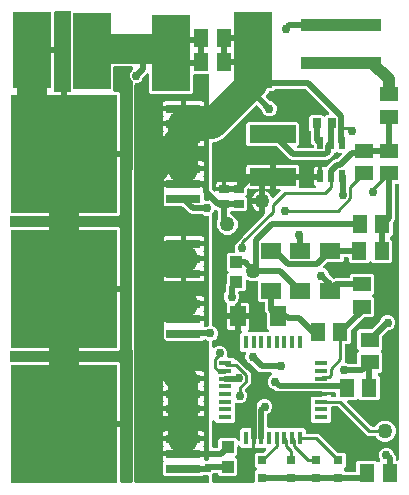
<source format=gbr>
G04 EAGLE Gerber RS-274X export*
G75*
%MOMM*%
%FSLAX34Y34*%
%LPD*%
%INTop Copper*%
%IPPOS*%
%AMOC8*
5,1,8,0,0,1.08239X$1,22.5*%
G01*
%ADD10R,3.000000X0.800000*%
%ADD11R,9.000000X10.000000*%
%ADD12R,1.100000X1.000000*%
%ADD13C,1.270000*%
%ADD14R,1.300000X1.500000*%
%ADD15R,1.800000X1.400000*%
%ADD16R,1.400000X1.800000*%
%ADD17R,1.500000X1.300000*%
%ADD18R,0.557200X1.096100*%
%ADD19R,3.987800X1.498600*%
%ADD20R,0.700000X0.900000*%
%ADD21R,0.900000X0.700000*%
%ADD22R,0.800000X0.800000*%
%ADD23R,1.300000X1.600000*%
%ADD24R,3.251200X6.451600*%
%ADD25R,1.549400X0.990600*%
%ADD26R,1.600000X1.300000*%
%ADD27R,0.457200X1.140600*%
%ADD28R,1.140600X0.457200*%
%ADD29C,0.508000*%
%ADD30C,0.756400*%
%ADD31C,2.540000*%
%ADD32C,0.254000*%
%ADD33C,1.016000*%

G36*
X178118Y10176D02*
X178118Y10176D01*
X178237Y10183D01*
X178275Y10196D01*
X178316Y10201D01*
X178426Y10244D01*
X178539Y10281D01*
X178574Y10303D01*
X178611Y10318D01*
X178707Y10387D01*
X178808Y10451D01*
X178836Y10481D01*
X178869Y10504D01*
X178945Y10596D01*
X179026Y10683D01*
X179046Y10718D01*
X179071Y10749D01*
X179122Y10857D01*
X179180Y10961D01*
X179190Y11001D01*
X179207Y11037D01*
X179229Y11154D01*
X179259Y11269D01*
X179263Y11329D01*
X179267Y11349D01*
X179265Y11370D01*
X179269Y11430D01*
X179269Y15408D01*
X179254Y15526D01*
X179247Y15645D01*
X179234Y15683D01*
X179229Y15724D01*
X179186Y15834D01*
X179149Y15947D01*
X179127Y15982D01*
X179112Y16019D01*
X179043Y16115D01*
X178979Y16216D01*
X178949Y16244D01*
X178926Y16277D01*
X178834Y16353D01*
X178747Y16434D01*
X178712Y16454D01*
X178681Y16479D01*
X178573Y16530D01*
X178469Y16588D01*
X178429Y16598D01*
X178393Y16615D01*
X178276Y16637D01*
X178161Y16667D01*
X178101Y16671D01*
X178081Y16675D01*
X178060Y16673D01*
X178000Y16677D01*
X176742Y16677D01*
X175690Y17113D01*
X175661Y17121D01*
X175635Y17135D01*
X175508Y17163D01*
X175383Y17197D01*
X175353Y17198D01*
X175325Y17204D01*
X175195Y17200D01*
X175065Y17202D01*
X175036Y17195D01*
X175007Y17195D01*
X174882Y17158D01*
X174756Y17128D01*
X174729Y17114D01*
X174701Y17106D01*
X174589Y17040D01*
X174474Y16979D01*
X174453Y16960D01*
X174427Y16945D01*
X174306Y16838D01*
X173327Y15859D01*
X141223Y15859D01*
X139734Y17348D01*
X139734Y27452D01*
X140134Y27853D01*
X140208Y27947D01*
X140287Y28037D01*
X140305Y28073D01*
X140329Y28104D01*
X140377Y28214D01*
X140431Y28321D01*
X140440Y28359D01*
X140456Y28396D01*
X140475Y28514D01*
X140501Y28631D01*
X140499Y28671D01*
X140506Y28710D01*
X140494Y28829D01*
X140490Y28949D01*
X140479Y28987D01*
X140476Y29026D01*
X140435Y29139D01*
X140402Y29254D01*
X140381Y29289D01*
X140368Y29326D01*
X140338Y29370D01*
X140325Y29395D01*
X139907Y30119D01*
X139734Y30766D01*
X139734Y33101D01*
X156545Y33101D01*
X156663Y33116D01*
X156782Y33123D01*
X156820Y33135D01*
X156860Y33141D01*
X156971Y33184D01*
X157084Y33221D01*
X157118Y33243D01*
X157156Y33258D01*
X157252Y33327D01*
X157269Y33338D01*
X157293Y33324D01*
X157325Y33299D01*
X157432Y33248D01*
X157537Y33190D01*
X157576Y33180D01*
X157612Y33163D01*
X157729Y33141D01*
X157845Y33111D01*
X157905Y33107D01*
X157925Y33103D01*
X157945Y33105D01*
X158005Y33101D01*
X174816Y33101D01*
X174816Y30766D01*
X174807Y30731D01*
X174799Y30675D01*
X174782Y30621D01*
X174777Y30518D01*
X174763Y30416D01*
X174770Y30360D01*
X174767Y30304D01*
X174788Y30203D01*
X174800Y30100D01*
X174820Y30047D01*
X174831Y29992D01*
X174877Y29900D01*
X174914Y29803D01*
X174946Y29757D01*
X174971Y29706D01*
X175038Y29628D01*
X175098Y29544D01*
X175141Y29507D01*
X175177Y29464D01*
X175262Y29405D01*
X175341Y29338D01*
X175391Y29314D01*
X175438Y29281D01*
X175534Y29245D01*
X175627Y29200D01*
X175682Y29189D01*
X175735Y29169D01*
X175838Y29157D01*
X175938Y29137D01*
X175995Y29140D01*
X176051Y29133D01*
X176153Y29148D01*
X176256Y29153D01*
X176310Y29170D01*
X176366Y29178D01*
X176518Y29230D01*
X176742Y29323D01*
X178000Y29323D01*
X178118Y29338D01*
X178237Y29345D01*
X178275Y29358D01*
X178316Y29363D01*
X178426Y29406D01*
X178539Y29443D01*
X178574Y29465D01*
X178611Y29480D01*
X178707Y29549D01*
X178808Y29613D01*
X178836Y29643D01*
X178869Y29666D01*
X178945Y29758D01*
X179026Y29845D01*
X179046Y29880D01*
X179071Y29911D01*
X179122Y30019D01*
X179180Y30123D01*
X179190Y30163D01*
X179207Y30199D01*
X179229Y30316D01*
X179259Y30431D01*
X179263Y30491D01*
X179267Y30511D01*
X179265Y30532D01*
X179269Y30592D01*
X179269Y129611D01*
X179266Y129640D01*
X179268Y129670D01*
X179246Y129798D01*
X179229Y129926D01*
X179219Y129954D01*
X179214Y129983D01*
X179160Y130102D01*
X179112Y130222D01*
X179095Y130246D01*
X179083Y130273D01*
X179002Y130374D01*
X178926Y130479D01*
X178903Y130498D01*
X178884Y130521D01*
X178781Y130599D01*
X178681Y130682D01*
X178654Y130695D01*
X178630Y130713D01*
X178486Y130784D01*
X176384Y131654D01*
X176360Y131676D01*
X176342Y131686D01*
X176327Y131699D01*
X176292Y131717D01*
X176260Y131742D01*
X176169Y131782D01*
X176082Y131830D01*
X176062Y131835D01*
X176044Y131844D01*
X176005Y131853D01*
X175968Y131869D01*
X175870Y131884D01*
X175774Y131909D01*
X175746Y131911D01*
X175734Y131914D01*
X175713Y131913D01*
X175674Y131915D01*
X175654Y131919D01*
X175641Y131917D01*
X175613Y131919D01*
X175515Y131907D01*
X175416Y131904D01*
X175377Y131893D01*
X175337Y131889D01*
X175318Y131882D01*
X175298Y131879D01*
X175206Y131843D01*
X175110Y131815D01*
X175075Y131795D01*
X175038Y131781D01*
X175021Y131770D01*
X175002Y131762D01*
X174922Y131704D01*
X174837Y131654D01*
X174791Y131614D01*
X174775Y131603D01*
X174762Y131588D01*
X174761Y131588D01*
X174745Y131576D01*
X174737Y131566D01*
X174716Y131548D01*
X173327Y130159D01*
X141223Y130159D01*
X139734Y131648D01*
X139734Y141752D01*
X140134Y142153D01*
X140208Y142247D01*
X140287Y142337D01*
X140305Y142373D01*
X140329Y142404D01*
X140377Y142514D01*
X140431Y142621D01*
X140440Y142659D01*
X140456Y142696D01*
X140475Y142814D01*
X140501Y142931D01*
X140499Y142971D01*
X140506Y143010D01*
X140494Y143129D01*
X140490Y143249D01*
X140479Y143287D01*
X140476Y143326D01*
X140435Y143439D01*
X140402Y143554D01*
X140381Y143589D01*
X140368Y143626D01*
X140338Y143670D01*
X140325Y143695D01*
X139907Y144419D01*
X139734Y145066D01*
X139734Y147401D01*
X156545Y147401D01*
X156663Y147416D01*
X156782Y147423D01*
X156820Y147435D01*
X156860Y147441D01*
X156971Y147484D01*
X157084Y147521D01*
X157118Y147543D01*
X157156Y147558D01*
X157252Y147627D01*
X157269Y147638D01*
X157293Y147624D01*
X157325Y147599D01*
X157432Y147548D01*
X157537Y147490D01*
X157576Y147480D01*
X157612Y147463D01*
X157729Y147441D01*
X157845Y147411D01*
X157905Y147407D01*
X157925Y147403D01*
X157945Y147405D01*
X158005Y147401D01*
X174816Y147401D01*
X174816Y145066D01*
X174643Y144419D01*
X174392Y143985D01*
X174340Y143862D01*
X174284Y143743D01*
X174279Y143716D01*
X174268Y143691D01*
X174249Y143560D01*
X174224Y143430D01*
X174226Y143404D01*
X174222Y143377D01*
X174236Y143245D01*
X174244Y143113D01*
X174252Y143087D01*
X174255Y143061D01*
X174301Y142936D01*
X174342Y142811D01*
X174356Y142788D01*
X174366Y142762D01*
X174441Y142654D01*
X174512Y142542D01*
X174532Y142523D01*
X174547Y142501D01*
X174647Y142415D01*
X174744Y142324D01*
X174767Y142311D01*
X174788Y142293D01*
X174906Y142234D01*
X175022Y142170D01*
X175048Y142164D01*
X175072Y142152D01*
X175202Y142124D01*
X175330Y142091D01*
X175368Y142089D01*
X175384Y142085D01*
X175405Y142086D01*
X175491Y142081D01*
X175613Y142081D01*
X175711Y142093D01*
X175811Y142096D01*
X175869Y142113D01*
X175929Y142121D01*
X176021Y142157D01*
X176116Y142185D01*
X176168Y142215D01*
X176225Y142238D01*
X176305Y142296D01*
X176390Y142346D01*
X176395Y142350D01*
X178486Y143216D01*
X178511Y143231D01*
X178539Y143240D01*
X178649Y143310D01*
X178762Y143374D01*
X178783Y143395D01*
X178808Y143410D01*
X178897Y143505D01*
X178990Y143595D01*
X179006Y143620D01*
X179026Y143642D01*
X179089Y143756D01*
X179157Y143866D01*
X179165Y143895D01*
X179180Y143920D01*
X179212Y144046D01*
X179250Y144170D01*
X179252Y144200D01*
X179259Y144228D01*
X179269Y144389D01*
X179269Y235408D01*
X179254Y235526D01*
X179247Y235645D01*
X179234Y235683D01*
X179229Y235724D01*
X179186Y235834D01*
X179149Y235947D01*
X179127Y235982D01*
X179112Y236019D01*
X179043Y236115D01*
X178979Y236216D01*
X178949Y236244D01*
X178926Y236277D01*
X178834Y236353D01*
X178747Y236434D01*
X178712Y236454D01*
X178681Y236479D01*
X178573Y236530D01*
X178469Y236588D01*
X178429Y236598D01*
X178393Y236615D01*
X178276Y236637D01*
X178161Y236667D01*
X178101Y236671D01*
X178081Y236675D01*
X178060Y236673D01*
X178000Y236677D01*
X175742Y236677D01*
X173384Y237654D01*
X173360Y237676D01*
X173307Y237705D01*
X173260Y237742D01*
X173169Y237782D01*
X173082Y237830D01*
X173023Y237845D01*
X172968Y237869D01*
X172870Y237884D01*
X172774Y237909D01*
X172674Y237915D01*
X172654Y237919D01*
X172641Y237917D01*
X172613Y237919D01*
X164264Y237919D01*
X162397Y238693D01*
X157002Y244088D01*
X156924Y244148D01*
X156852Y244216D01*
X156799Y244245D01*
X156751Y244282D01*
X156660Y244322D01*
X156573Y244370D01*
X156515Y244385D01*
X156459Y244409D01*
X156361Y244424D01*
X156265Y244449D01*
X156165Y244455D01*
X156145Y244459D01*
X156133Y244457D01*
X156105Y244459D01*
X141223Y244459D01*
X139734Y245948D01*
X139734Y256052D01*
X140134Y256453D01*
X140208Y256547D01*
X140287Y256637D01*
X140305Y256673D01*
X140329Y256704D01*
X140377Y256814D01*
X140431Y256921D01*
X140440Y256959D01*
X140456Y256996D01*
X140475Y257114D01*
X140501Y257231D01*
X140499Y257271D01*
X140506Y257310D01*
X140494Y257429D01*
X140490Y257549D01*
X140479Y257587D01*
X140476Y257626D01*
X140435Y257739D01*
X140402Y257854D01*
X140381Y257889D01*
X140368Y257926D01*
X140338Y257970D01*
X140325Y257995D01*
X139907Y258719D01*
X139734Y259366D01*
X139734Y261701D01*
X156545Y261701D01*
X156663Y261716D01*
X156782Y261723D01*
X156820Y261735D01*
X156860Y261741D01*
X156971Y261784D01*
X157084Y261821D01*
X157118Y261843D01*
X157156Y261858D01*
X157252Y261927D01*
X157269Y261938D01*
X157293Y261924D01*
X157325Y261899D01*
X157432Y261848D01*
X157537Y261790D01*
X157576Y261780D01*
X157612Y261763D01*
X157729Y261741D01*
X157845Y261711D01*
X157905Y261707D01*
X157925Y261703D01*
X157945Y261705D01*
X158005Y261701D01*
X174816Y261701D01*
X174816Y259366D01*
X174643Y258719D01*
X174265Y258066D01*
X174264Y258064D01*
X174260Y258057D01*
X174239Y258020D01*
X174222Y257998D01*
X174174Y257888D01*
X174119Y257781D01*
X174111Y257742D01*
X174095Y257706D01*
X174076Y257588D01*
X174050Y257471D01*
X174051Y257431D01*
X174045Y257392D01*
X174056Y257273D01*
X174059Y257153D01*
X174070Y257115D01*
X174074Y257075D01*
X174114Y256962D01*
X174148Y256847D01*
X174168Y256813D01*
X174181Y256776D01*
X174248Y256677D01*
X174309Y256573D01*
X174348Y256529D01*
X174359Y256513D01*
X174375Y256499D01*
X174416Y256453D01*
X174816Y256052D01*
X174816Y250592D01*
X174831Y250474D01*
X174838Y250355D01*
X174851Y250317D01*
X174856Y250276D01*
X174899Y250166D01*
X174936Y250053D01*
X174958Y250018D01*
X174973Y249981D01*
X175042Y249885D01*
X175106Y249784D01*
X175136Y249756D01*
X175159Y249723D01*
X175251Y249647D01*
X175338Y249566D01*
X175373Y249546D01*
X175404Y249521D01*
X175512Y249470D01*
X175616Y249412D01*
X175656Y249402D01*
X175692Y249385D01*
X175809Y249363D01*
X175924Y249333D01*
X175984Y249329D01*
X176004Y249325D01*
X176025Y249327D01*
X176085Y249323D01*
X178000Y249323D01*
X178118Y249338D01*
X178237Y249345D01*
X178275Y249358D01*
X178316Y249363D01*
X178426Y249406D01*
X178539Y249443D01*
X178574Y249465D01*
X178611Y249480D01*
X178707Y249549D01*
X178808Y249613D01*
X178836Y249643D01*
X178869Y249666D01*
X178945Y249758D01*
X179026Y249845D01*
X179046Y249880D01*
X179071Y249911D01*
X179122Y250019D01*
X179180Y250123D01*
X179190Y250163D01*
X179207Y250199D01*
X179229Y250316D01*
X179259Y250431D01*
X179263Y250491D01*
X179267Y250511D01*
X179265Y250532D01*
X179269Y250592D01*
X179269Y355590D01*
X179254Y355708D01*
X179247Y355827D01*
X179234Y355865D01*
X179229Y355906D01*
X179186Y356016D01*
X179149Y356129D01*
X179127Y356164D01*
X179112Y356201D01*
X179043Y356297D01*
X178979Y356398D01*
X178949Y356426D01*
X178926Y356459D01*
X178834Y356535D01*
X178747Y356616D01*
X178712Y356636D01*
X178681Y356661D01*
X178573Y356712D01*
X178469Y356770D01*
X178429Y356780D01*
X178393Y356797D01*
X178276Y356819D01*
X178161Y356849D01*
X178101Y356853D01*
X178081Y356857D01*
X178060Y356855D01*
X178000Y356859D01*
X166966Y356859D01*
X166848Y356844D01*
X166729Y356837D01*
X166691Y356824D01*
X166650Y356819D01*
X166540Y356776D01*
X166427Y356739D01*
X166392Y356717D01*
X166355Y356702D01*
X166259Y356633D01*
X166158Y356569D01*
X166130Y356539D01*
X166097Y356516D01*
X166021Y356424D01*
X165940Y356337D01*
X165920Y356302D01*
X165895Y356271D01*
X165844Y356163D01*
X165786Y356059D01*
X165776Y356019D01*
X165759Y355983D01*
X165737Y355866D01*
X165707Y355751D01*
X165703Y355691D01*
X165699Y355671D01*
X165701Y355650D01*
X165697Y355590D01*
X165697Y341390D01*
X164208Y339901D01*
X129592Y339901D01*
X128103Y341390D01*
X128103Y355854D01*
X128086Y355992D01*
X128073Y356130D01*
X128066Y356149D01*
X128063Y356169D01*
X128012Y356298D01*
X127965Y356430D01*
X127954Y356446D01*
X127946Y356465D01*
X127865Y356577D01*
X127787Y356693D01*
X127771Y356706D01*
X127760Y356722D01*
X127652Y356811D01*
X127548Y356903D01*
X127530Y356912D01*
X127515Y356925D01*
X127389Y356984D01*
X127265Y357048D01*
X127245Y357052D01*
X127227Y357061D01*
X127090Y357087D01*
X126955Y357117D01*
X126934Y357117D01*
X126915Y357120D01*
X126776Y357112D01*
X126637Y357108D01*
X126617Y357102D01*
X126597Y357101D01*
X126465Y357058D01*
X126331Y357019D01*
X126314Y357009D01*
X126295Y357003D01*
X126177Y356928D01*
X126057Y356858D01*
X126036Y356839D01*
X126026Y356833D01*
X126012Y356818D01*
X125936Y356751D01*
X125699Y356514D01*
X123694Y354509D01*
X123634Y354431D01*
X123566Y354359D01*
X123537Y354306D01*
X123500Y354258D01*
X123460Y354167D01*
X123412Y354080D01*
X123397Y354022D01*
X123373Y353966D01*
X123358Y353868D01*
X123333Y353772D01*
X123333Y353766D01*
X122360Y351418D01*
X120582Y349640D01*
X118258Y348677D01*
X117000Y348677D01*
X116882Y348662D01*
X116763Y348655D01*
X116725Y348642D01*
X116684Y348637D01*
X116574Y348594D01*
X116461Y348557D01*
X116426Y348535D01*
X116389Y348520D01*
X116293Y348451D01*
X116192Y348387D01*
X116164Y348357D01*
X116131Y348334D01*
X116056Y348242D01*
X115974Y348155D01*
X115954Y348120D01*
X115929Y348089D01*
X115878Y347981D01*
X115820Y347877D01*
X115810Y347837D01*
X115793Y347801D01*
X115771Y347684D01*
X115741Y347569D01*
X115737Y347509D01*
X115733Y347489D01*
X115735Y347468D01*
X115731Y347408D01*
X115731Y11430D01*
X115746Y11312D01*
X115753Y11193D01*
X115766Y11155D01*
X115771Y11114D01*
X115814Y11004D01*
X115851Y10891D01*
X115873Y10856D01*
X115888Y10819D01*
X115957Y10723D01*
X116021Y10622D01*
X116051Y10594D01*
X116074Y10561D01*
X116166Y10485D01*
X116253Y10404D01*
X116288Y10384D01*
X116319Y10359D01*
X116427Y10308D01*
X116531Y10250D01*
X116571Y10240D01*
X116607Y10223D01*
X116724Y10201D01*
X116839Y10171D01*
X116899Y10167D01*
X116919Y10163D01*
X116940Y10165D01*
X117000Y10161D01*
X178000Y10161D01*
X178118Y10176D01*
G37*
G36*
X57638Y10176D02*
X57638Y10176D01*
X57757Y10183D01*
X57795Y10196D01*
X57835Y10201D01*
X57946Y10244D01*
X58059Y10281D01*
X58094Y10303D01*
X58131Y10318D01*
X58227Y10387D01*
X58328Y10451D01*
X58356Y10481D01*
X58388Y10504D01*
X58464Y10596D01*
X58546Y10683D01*
X58565Y10718D01*
X58591Y10749D01*
X58642Y10857D01*
X58699Y10961D01*
X58710Y11001D01*
X58727Y11037D01*
X58749Y11154D01*
X58779Y11269D01*
X58783Y11329D01*
X58787Y11349D01*
X58785Y11370D01*
X58789Y11430D01*
X58789Y57961D01*
X103791Y57961D01*
X103791Y11430D01*
X103806Y11312D01*
X103813Y11193D01*
X103826Y11155D01*
X103831Y11114D01*
X103874Y11004D01*
X103911Y10891D01*
X103933Y10856D01*
X103948Y10819D01*
X104017Y10723D01*
X104081Y10622D01*
X104111Y10594D01*
X104134Y10561D01*
X104226Y10485D01*
X104313Y10404D01*
X104348Y10384D01*
X104379Y10359D01*
X104487Y10308D01*
X104591Y10250D01*
X104631Y10240D01*
X104667Y10223D01*
X104784Y10201D01*
X104899Y10171D01*
X104959Y10167D01*
X104979Y10163D01*
X105000Y10165D01*
X105060Y10161D01*
X113000Y10161D01*
X113118Y10176D01*
X113237Y10183D01*
X113275Y10196D01*
X113316Y10201D01*
X113426Y10244D01*
X113539Y10281D01*
X113574Y10303D01*
X113611Y10318D01*
X113707Y10387D01*
X113808Y10451D01*
X113836Y10481D01*
X113869Y10504D01*
X113945Y10596D01*
X114026Y10683D01*
X114046Y10718D01*
X114071Y10749D01*
X114122Y10857D01*
X114180Y10961D01*
X114190Y11001D01*
X114207Y11037D01*
X114229Y11154D01*
X114259Y11269D01*
X114263Y11329D01*
X114267Y11349D01*
X114265Y11370D01*
X114269Y11430D01*
X114269Y122657D01*
X114268Y122666D01*
X114269Y122675D01*
X114248Y122824D01*
X114229Y122972D01*
X114226Y122981D01*
X114225Y122990D01*
X114173Y123143D01*
X113826Y123979D01*
X113826Y275721D01*
X114173Y276557D01*
X114175Y276566D01*
X114180Y276575D01*
X114217Y276719D01*
X114257Y276864D01*
X114257Y276873D01*
X114259Y276882D01*
X114269Y277043D01*
X114269Y349700D01*
X114257Y349798D01*
X114254Y349897D01*
X114237Y349956D01*
X114229Y350016D01*
X114193Y350108D01*
X114165Y350203D01*
X114135Y350255D01*
X114112Y350311D01*
X114054Y350392D01*
X114004Y350477D01*
X113938Y350552D01*
X113926Y350569D01*
X113916Y350577D01*
X113898Y350598D01*
X112501Y351994D01*
X111693Y353944D01*
X111693Y356056D01*
X112501Y358006D01*
X113898Y359402D01*
X113958Y359481D01*
X114026Y359553D01*
X114055Y359606D01*
X114092Y359654D01*
X114132Y359745D01*
X114180Y359831D01*
X114195Y359890D01*
X114219Y359945D01*
X114234Y360043D01*
X114259Y360139D01*
X114265Y360239D01*
X114269Y360260D01*
X114267Y360272D01*
X114269Y360300D01*
X114269Y361906D01*
X114254Y362024D01*
X114247Y362143D01*
X114234Y362181D01*
X114229Y362222D01*
X114186Y362332D01*
X114149Y362445D01*
X114127Y362480D01*
X114112Y362517D01*
X114043Y362613D01*
X113979Y362714D01*
X113949Y362742D01*
X113926Y362775D01*
X113834Y362851D01*
X113747Y362932D01*
X113712Y362952D01*
X113681Y362977D01*
X113573Y363028D01*
X113469Y363086D01*
X113429Y363096D01*
X113393Y363113D01*
X113276Y363135D01*
X113161Y363165D01*
X113101Y363169D01*
X113081Y363173D01*
X113060Y363171D01*
X113000Y363175D01*
X99050Y363175D01*
X98932Y363160D01*
X98813Y363153D01*
X98775Y363140D01*
X98734Y363135D01*
X98624Y363092D01*
X98511Y363055D01*
X98476Y363033D01*
X98439Y363018D01*
X98343Y362949D01*
X98242Y362885D01*
X98214Y362855D01*
X98181Y362832D01*
X98105Y362740D01*
X98024Y362653D01*
X98004Y362618D01*
X97979Y362587D01*
X97928Y362479D01*
X97870Y362375D01*
X97860Y362335D01*
X97843Y362299D01*
X97821Y362182D01*
X97791Y362067D01*
X97787Y362007D01*
X97783Y361987D01*
X97785Y361966D01*
X97781Y361906D01*
X97781Y343329D01*
X97768Y343303D01*
X97765Y343283D01*
X97757Y343265D01*
X97735Y343127D01*
X97709Y342990D01*
X97710Y342970D01*
X97707Y342951D01*
X97720Y342812D01*
X97728Y342673D01*
X97735Y342654D01*
X97736Y342634D01*
X97784Y342503D01*
X97826Y342371D01*
X97837Y342354D01*
X97844Y342335D01*
X97922Y342219D01*
X97997Y342102D01*
X98011Y342088D01*
X98022Y342071D01*
X98127Y341980D01*
X98228Y341884D01*
X98246Y341874D01*
X98261Y341861D01*
X98385Y341798D01*
X98507Y341730D01*
X98526Y341725D01*
X98544Y341716D01*
X98680Y341686D01*
X98815Y341651D01*
X98843Y341649D01*
X98854Y341647D01*
X98875Y341647D01*
X98975Y341641D01*
X101584Y341641D01*
X102231Y341468D01*
X102810Y341133D01*
X103283Y340660D01*
X103618Y340081D01*
X103791Y339434D01*
X103791Y291639D01*
X58789Y291639D01*
X58789Y341641D01*
X61025Y341641D01*
X61163Y341658D01*
X61301Y341671D01*
X61320Y341678D01*
X61340Y341681D01*
X61469Y341732D01*
X61601Y341779D01*
X61617Y341790D01*
X61636Y341798D01*
X61748Y341879D01*
X61864Y341958D01*
X61877Y341973D01*
X61893Y341984D01*
X61982Y342092D01*
X62074Y342196D01*
X62083Y342214D01*
X62096Y342229D01*
X62155Y342355D01*
X62219Y342479D01*
X62223Y342499D01*
X62232Y342517D01*
X62258Y342653D01*
X62288Y342790D01*
X62288Y342810D01*
X62291Y342829D01*
X62283Y342968D01*
X62279Y343107D01*
X62273Y343127D01*
X62272Y343147D01*
X62229Y343279D01*
X62219Y343312D01*
X62219Y408570D01*
X62204Y408688D01*
X62197Y408807D01*
X62184Y408845D01*
X62179Y408886D01*
X62136Y408996D01*
X62099Y409109D01*
X62077Y409144D01*
X62062Y409181D01*
X61993Y409277D01*
X61929Y409378D01*
X61899Y409406D01*
X61876Y409439D01*
X61784Y409515D01*
X61697Y409596D01*
X61662Y409616D01*
X61631Y409641D01*
X61523Y409692D01*
X61419Y409750D01*
X61379Y409760D01*
X61343Y409777D01*
X61226Y409799D01*
X61111Y409829D01*
X61051Y409833D01*
X61031Y409837D01*
X61010Y409835D01*
X60950Y409839D01*
X48966Y409839D01*
X48848Y409824D01*
X48729Y409817D01*
X48691Y409804D01*
X48650Y409799D01*
X48540Y409756D01*
X48427Y409719D01*
X48392Y409697D01*
X48355Y409682D01*
X48259Y409613D01*
X48158Y409549D01*
X48130Y409519D01*
X48097Y409496D01*
X48021Y409404D01*
X47940Y409317D01*
X47920Y409282D01*
X47895Y409251D01*
X47844Y409143D01*
X47786Y409039D01*
X47776Y408999D01*
X47759Y408963D01*
X47737Y408846D01*
X47707Y408731D01*
X47703Y408671D01*
X47699Y408651D01*
X47701Y408630D01*
X47697Y408570D01*
X47697Y379339D01*
X30170Y379339D01*
X30052Y379324D01*
X29933Y379317D01*
X29895Y379304D01*
X29855Y379299D01*
X29744Y379255D01*
X29631Y379219D01*
X29596Y379197D01*
X29559Y379182D01*
X29463Y379112D01*
X29362Y379049D01*
X29334Y379019D01*
X29302Y378995D01*
X29226Y378904D01*
X29144Y378817D01*
X29125Y378782D01*
X29099Y378750D01*
X29048Y378643D01*
X28991Y378539D01*
X28980Y378499D01*
X28963Y378463D01*
X28941Y378346D01*
X28911Y378231D01*
X28907Y378170D01*
X28903Y378150D01*
X28905Y378130D01*
X28901Y378070D01*
X28901Y375530D01*
X28916Y375412D01*
X28923Y375293D01*
X28936Y375255D01*
X28941Y375215D01*
X28985Y375104D01*
X29021Y374991D01*
X29043Y374956D01*
X29058Y374919D01*
X29128Y374823D01*
X29191Y374722D01*
X29221Y374694D01*
X29245Y374661D01*
X29336Y374586D01*
X29423Y374504D01*
X29458Y374484D01*
X29490Y374459D01*
X29597Y374408D01*
X29701Y374350D01*
X29741Y374340D01*
X29777Y374323D01*
X29894Y374301D01*
X30009Y374271D01*
X30070Y374267D01*
X30090Y374263D01*
X30110Y374265D01*
X30170Y374261D01*
X47697Y374261D01*
X47697Y344208D01*
X47524Y343561D01*
X47514Y343545D01*
X47463Y343422D01*
X47406Y343303D01*
X47401Y343276D01*
X47391Y343252D01*
X47371Y343120D01*
X47346Y342990D01*
X47348Y342964D01*
X47344Y342937D01*
X47358Y342805D01*
X47366Y342673D01*
X47374Y342647D01*
X47377Y342621D01*
X47423Y342496D01*
X47464Y342371D01*
X47479Y342348D01*
X47488Y342323D01*
X47564Y342214D01*
X47634Y342102D01*
X47654Y342083D01*
X47669Y342061D01*
X47769Y341975D01*
X47866Y341884D01*
X47890Y341871D01*
X47910Y341853D01*
X48028Y341794D01*
X48144Y341730D01*
X48171Y341724D01*
X48195Y341712D01*
X48324Y341684D01*
X48452Y341651D01*
X48490Y341649D01*
X48506Y341645D01*
X48527Y341646D01*
X48613Y341641D01*
X53711Y341641D01*
X53711Y290370D01*
X53726Y290252D01*
X53733Y290133D01*
X53746Y290095D01*
X53751Y290055D01*
X53794Y289944D01*
X53831Y289831D01*
X53853Y289796D01*
X53868Y289759D01*
X53938Y289663D01*
X54001Y289562D01*
X54031Y289534D01*
X54055Y289502D01*
X54146Y289426D01*
X54233Y289344D01*
X54268Y289325D01*
X54299Y289299D01*
X54407Y289248D01*
X54511Y289191D01*
X54551Y289180D01*
X54587Y289163D01*
X54704Y289141D01*
X54819Y289111D01*
X54880Y289107D01*
X54900Y289103D01*
X54920Y289105D01*
X54980Y289101D01*
X56251Y289101D01*
X56251Y289099D01*
X54980Y289099D01*
X54862Y289084D01*
X54743Y289077D01*
X54705Y289064D01*
X54665Y289059D01*
X54554Y289015D01*
X54441Y288979D01*
X54406Y288957D01*
X54369Y288942D01*
X54273Y288872D01*
X54172Y288809D01*
X54144Y288779D01*
X54111Y288755D01*
X54036Y288664D01*
X53954Y288577D01*
X53934Y288542D01*
X53909Y288510D01*
X53858Y288403D01*
X53800Y288299D01*
X53790Y288259D01*
X53773Y288223D01*
X53751Y288106D01*
X53721Y287991D01*
X53717Y287930D01*
X53713Y287910D01*
X53715Y287890D01*
X53711Y287830D01*
X53711Y236559D01*
X11430Y236559D01*
X11312Y236544D01*
X11193Y236537D01*
X11155Y236524D01*
X11114Y236519D01*
X11004Y236476D01*
X10891Y236439D01*
X10856Y236417D01*
X10819Y236402D01*
X10723Y236333D01*
X10622Y236269D01*
X10594Y236239D01*
X10561Y236216D01*
X10485Y236124D01*
X10404Y236037D01*
X10384Y236002D01*
X10359Y235971D01*
X10308Y235863D01*
X10250Y235759D01*
X10240Y235719D01*
X10223Y235683D01*
X10201Y235566D01*
X10171Y235451D01*
X10167Y235391D01*
X10163Y235371D01*
X10165Y235350D01*
X10161Y235290D01*
X10161Y228610D01*
X10176Y228492D01*
X10183Y228373D01*
X10196Y228335D01*
X10201Y228294D01*
X10244Y228184D01*
X10281Y228071D01*
X10303Y228036D01*
X10318Y227999D01*
X10387Y227903D01*
X10451Y227802D01*
X10481Y227774D01*
X10504Y227741D01*
X10596Y227665D01*
X10683Y227584D01*
X10718Y227564D01*
X10749Y227539D01*
X10857Y227488D01*
X10961Y227430D01*
X11001Y227420D01*
X11037Y227403D01*
X11154Y227381D01*
X11269Y227351D01*
X11329Y227347D01*
X11349Y227343D01*
X11370Y227345D01*
X11430Y227341D01*
X53711Y227341D01*
X53711Y176070D01*
X53726Y175952D01*
X53733Y175833D01*
X53746Y175795D01*
X53751Y175755D01*
X53794Y175644D01*
X53831Y175531D01*
X53853Y175496D01*
X53868Y175459D01*
X53938Y175363D01*
X54001Y175262D01*
X54031Y175234D01*
X54055Y175202D01*
X54146Y175126D01*
X54233Y175044D01*
X54268Y175025D01*
X54299Y174999D01*
X54407Y174948D01*
X54511Y174891D01*
X54551Y174880D01*
X54587Y174863D01*
X54704Y174841D01*
X54819Y174811D01*
X54880Y174807D01*
X54900Y174803D01*
X54920Y174805D01*
X54980Y174801D01*
X56251Y174801D01*
X56251Y174799D01*
X54980Y174799D01*
X54862Y174784D01*
X54743Y174777D01*
X54705Y174764D01*
X54665Y174759D01*
X54554Y174715D01*
X54441Y174679D01*
X54406Y174657D01*
X54369Y174642D01*
X54273Y174572D01*
X54172Y174509D01*
X54144Y174479D01*
X54111Y174455D01*
X54036Y174364D01*
X53954Y174277D01*
X53934Y174242D01*
X53909Y174210D01*
X53858Y174103D01*
X53800Y173999D01*
X53790Y173959D01*
X53773Y173923D01*
X53751Y173806D01*
X53721Y173691D01*
X53717Y173630D01*
X53713Y173610D01*
X53715Y173590D01*
X53711Y173530D01*
X53711Y122259D01*
X11430Y122259D01*
X11312Y122244D01*
X11193Y122237D01*
X11155Y122224D01*
X11114Y122219D01*
X11004Y122176D01*
X10891Y122139D01*
X10856Y122117D01*
X10819Y122102D01*
X10723Y122033D01*
X10622Y121969D01*
X10594Y121939D01*
X10561Y121916D01*
X10485Y121824D01*
X10404Y121737D01*
X10384Y121702D01*
X10359Y121671D01*
X10308Y121563D01*
X10250Y121459D01*
X10240Y121419D01*
X10223Y121383D01*
X10201Y121266D01*
X10171Y121151D01*
X10167Y121091D01*
X10163Y121071D01*
X10165Y121050D01*
X10161Y120990D01*
X10161Y114310D01*
X10176Y114192D01*
X10183Y114073D01*
X10196Y114035D01*
X10201Y113994D01*
X10244Y113884D01*
X10281Y113771D01*
X10303Y113736D01*
X10318Y113699D01*
X10387Y113603D01*
X10451Y113502D01*
X10481Y113474D01*
X10504Y113441D01*
X10596Y113365D01*
X10683Y113284D01*
X10718Y113264D01*
X10749Y113239D01*
X10857Y113188D01*
X10961Y113130D01*
X11001Y113120D01*
X11037Y113103D01*
X11154Y113081D01*
X11269Y113051D01*
X11329Y113047D01*
X11349Y113043D01*
X11370Y113045D01*
X11430Y113041D01*
X53711Y113041D01*
X53711Y61770D01*
X53726Y61652D01*
X53733Y61533D01*
X53746Y61495D01*
X53751Y61455D01*
X53794Y61344D01*
X53831Y61231D01*
X53853Y61196D01*
X53868Y61159D01*
X53938Y61063D01*
X54001Y60962D01*
X54031Y60934D01*
X54055Y60902D01*
X54146Y60826D01*
X54233Y60744D01*
X54268Y60725D01*
X54299Y60699D01*
X54407Y60648D01*
X54511Y60591D01*
X54551Y60580D01*
X54587Y60563D01*
X54704Y60541D01*
X54819Y60511D01*
X54880Y60507D01*
X54900Y60503D01*
X54920Y60505D01*
X54980Y60501D01*
X56251Y60501D01*
X56251Y60499D01*
X54980Y60499D01*
X54862Y60484D01*
X54743Y60477D01*
X54705Y60464D01*
X54665Y60459D01*
X54554Y60415D01*
X54441Y60379D01*
X54406Y60357D01*
X54369Y60342D01*
X54273Y60272D01*
X54172Y60209D01*
X54144Y60179D01*
X54111Y60155D01*
X54036Y60064D01*
X53954Y59977D01*
X53934Y59942D01*
X53909Y59910D01*
X53858Y59803D01*
X53800Y59699D01*
X53790Y59659D01*
X53773Y59623D01*
X53751Y59506D01*
X53721Y59391D01*
X53717Y59330D01*
X53713Y59310D01*
X53715Y59290D01*
X53711Y59230D01*
X53711Y11430D01*
X53726Y11312D01*
X53733Y11193D01*
X53746Y11155D01*
X53751Y11114D01*
X53794Y11004D01*
X53831Y10891D01*
X53853Y10856D01*
X53868Y10819D01*
X53938Y10723D01*
X54001Y10622D01*
X54031Y10594D01*
X54055Y10561D01*
X54146Y10485D01*
X54233Y10404D01*
X54268Y10384D01*
X54299Y10359D01*
X54407Y10308D01*
X54511Y10250D01*
X54551Y10240D01*
X54587Y10223D01*
X54704Y10201D01*
X54819Y10171D01*
X54880Y10167D01*
X54900Y10163D01*
X54920Y10165D01*
X54980Y10161D01*
X57520Y10161D01*
X57638Y10176D01*
G37*
G36*
X216308Y10176D02*
X216308Y10176D01*
X216427Y10183D01*
X216465Y10196D01*
X216506Y10201D01*
X216616Y10244D01*
X216729Y10281D01*
X216764Y10303D01*
X216801Y10318D01*
X216897Y10387D01*
X216998Y10451D01*
X217026Y10481D01*
X217059Y10504D01*
X217135Y10596D01*
X217216Y10683D01*
X217236Y10718D01*
X217261Y10749D01*
X217312Y10857D01*
X217370Y10961D01*
X217380Y11001D01*
X217397Y11037D01*
X217419Y11154D01*
X217449Y11269D01*
X217453Y11329D01*
X217457Y11349D01*
X217455Y11370D01*
X217459Y11430D01*
X217459Y19552D01*
X219009Y21102D01*
X219082Y21197D01*
X219161Y21286D01*
X219179Y21322D01*
X219204Y21354D01*
X219252Y21463D01*
X219306Y21569D01*
X219315Y21608D01*
X219331Y21646D01*
X219349Y21763D01*
X219375Y21879D01*
X219374Y21920D01*
X219380Y21960D01*
X219369Y22078D01*
X219366Y22197D01*
X219354Y22236D01*
X219351Y22276D01*
X219310Y22389D01*
X219277Y22503D01*
X219257Y22537D01*
X219243Y22576D01*
X219176Y22674D01*
X219116Y22777D01*
X219076Y22822D01*
X219064Y22839D01*
X219049Y22852D01*
X219009Y22897D01*
X217459Y24448D01*
X217459Y34552D01*
X218948Y36041D01*
X224626Y36041D01*
X224724Y36053D01*
X224823Y36056D01*
X224881Y36073D01*
X224941Y36081D01*
X225033Y36117D01*
X225129Y36145D01*
X225181Y36175D01*
X225237Y36198D01*
X225317Y36256D01*
X225402Y36306D01*
X225478Y36372D01*
X225494Y36384D01*
X225502Y36394D01*
X225523Y36412D01*
X226945Y37835D01*
X227030Y37944D01*
X227119Y38051D01*
X227128Y38070D01*
X227140Y38086D01*
X227196Y38213D01*
X227255Y38339D01*
X227259Y38359D01*
X227267Y38378D01*
X227289Y38516D01*
X227315Y38652D01*
X227313Y38672D01*
X227316Y38692D01*
X227303Y38831D01*
X227295Y38969D01*
X227289Y38988D01*
X227287Y39008D01*
X227239Y39140D01*
X227197Y39271D01*
X227186Y39289D01*
X227179Y39308D01*
X227101Y39423D01*
X227027Y39540D01*
X227012Y39554D01*
X227000Y39571D01*
X226896Y39663D01*
X226795Y39758D01*
X226777Y39768D01*
X226762Y39781D01*
X226638Y39845D01*
X226516Y39912D01*
X226497Y39917D01*
X226479Y39926D01*
X226343Y39956D01*
X226209Y39991D01*
X226180Y39993D01*
X226169Y39996D01*
X226148Y39995D01*
X226048Y40001D01*
X218019Y40001D01*
X218019Y48245D01*
X218019Y57179D01*
X218022Y57185D01*
X218080Y57289D01*
X218090Y57329D01*
X218107Y57365D01*
X218129Y57482D01*
X218159Y57597D01*
X218163Y57657D01*
X218167Y57677D01*
X218165Y57698D01*
X218169Y57758D01*
X218169Y73261D01*
X218943Y75128D01*
X219306Y75491D01*
X219366Y75569D01*
X219434Y75641D01*
X219463Y75694D01*
X219500Y75742D01*
X219540Y75833D01*
X219588Y75920D01*
X219603Y75978D01*
X219627Y76034D01*
X219642Y76132D01*
X219667Y76228D01*
X219667Y76234D01*
X220640Y78582D01*
X222418Y80360D01*
X224742Y81323D01*
X227258Y81323D01*
X229582Y80360D01*
X231360Y78582D01*
X232323Y76258D01*
X232323Y73742D01*
X231360Y71418D01*
X229582Y69640D01*
X229114Y69446D01*
X229089Y69432D01*
X229061Y69423D01*
X228951Y69353D01*
X228838Y69289D01*
X228817Y69268D01*
X228792Y69252D01*
X228703Y69158D01*
X228610Y69067D01*
X228594Y69042D01*
X228574Y69021D01*
X228511Y68907D01*
X228443Y68796D01*
X228435Y68768D01*
X228420Y68742D01*
X228388Y68617D01*
X228350Y68492D01*
X228348Y68463D01*
X228341Y68434D01*
X228331Y68274D01*
X228331Y57758D01*
X228346Y57640D01*
X228353Y57521D01*
X228366Y57483D01*
X228371Y57442D01*
X228414Y57332D01*
X228451Y57219D01*
X228473Y57184D01*
X228488Y57147D01*
X228557Y57051D01*
X228621Y56950D01*
X228651Y56922D01*
X228674Y56889D01*
X228766Y56813D01*
X228853Y56732D01*
X228888Y56712D01*
X228919Y56687D01*
X229027Y56636D01*
X229131Y56578D01*
X229171Y56568D01*
X229207Y56551D01*
X229324Y56529D01*
X229439Y56499D01*
X229499Y56495D01*
X229519Y56491D01*
X229540Y56493D01*
X229600Y56489D01*
X259088Y56489D01*
X260577Y55000D01*
X260577Y53325D01*
X260592Y53207D01*
X260599Y53088D01*
X260612Y53050D01*
X260617Y53009D01*
X260660Y52899D01*
X260697Y52786D01*
X260719Y52751D01*
X260734Y52714D01*
X260803Y52618D01*
X260867Y52517D01*
X260897Y52489D01*
X260920Y52456D01*
X261012Y52380D01*
X261099Y52299D01*
X261134Y52279D01*
X261165Y52254D01*
X261273Y52203D01*
X261377Y52145D01*
X261417Y52135D01*
X261453Y52118D01*
X261570Y52096D01*
X261685Y52066D01*
X261745Y52062D01*
X261765Y52058D01*
X261786Y52060D01*
X261846Y52056D01*
X271233Y52056D01*
X286877Y36412D01*
X286955Y36352D01*
X287027Y36284D01*
X287080Y36255D01*
X287128Y36218D01*
X287219Y36178D01*
X287306Y36130D01*
X287364Y36115D01*
X287420Y36091D01*
X287518Y36076D01*
X287614Y36051D01*
X287714Y36045D01*
X287734Y36041D01*
X287746Y36043D01*
X287774Y36041D01*
X293452Y36041D01*
X294941Y34552D01*
X294941Y24448D01*
X293391Y22897D01*
X293318Y22803D01*
X293239Y22714D01*
X293221Y22678D01*
X293196Y22646D01*
X293148Y22537D01*
X293094Y22431D01*
X293085Y22392D01*
X293069Y22354D01*
X293051Y22237D01*
X293025Y22121D01*
X293026Y22080D01*
X293020Y22040D01*
X293031Y21922D01*
X293034Y21803D01*
X293046Y21764D01*
X293049Y21724D01*
X293090Y21611D01*
X293123Y21497D01*
X293143Y21462D01*
X293157Y21424D01*
X293224Y21326D01*
X293284Y21223D01*
X293324Y21178D01*
X293336Y21161D01*
X293351Y21148D01*
X293391Y21102D01*
X294541Y19952D01*
X294619Y19892D01*
X294691Y19824D01*
X294744Y19795D01*
X294792Y19758D01*
X294883Y19718D01*
X294970Y19670D01*
X295028Y19655D01*
X295084Y19631D01*
X295182Y19616D01*
X295277Y19591D01*
X295377Y19585D01*
X295398Y19581D01*
X295410Y19583D01*
X295438Y19581D01*
X302390Y19581D01*
X302508Y19596D01*
X302627Y19603D01*
X302665Y19616D01*
X302706Y19621D01*
X302816Y19664D01*
X302929Y19701D01*
X302964Y19723D01*
X303001Y19738D01*
X303097Y19807D01*
X303198Y19871D01*
X303226Y19901D01*
X303259Y19924D01*
X303335Y20016D01*
X303416Y20103D01*
X303436Y20138D01*
X303461Y20169D01*
X303512Y20277D01*
X303570Y20381D01*
X303580Y20421D01*
X303597Y20457D01*
X303619Y20574D01*
X303649Y20689D01*
X303653Y20749D01*
X303657Y20769D01*
X303655Y20790D01*
X303659Y20850D01*
X303659Y27752D01*
X305148Y29241D01*
X320252Y29241D01*
X321302Y28191D01*
X321396Y28118D01*
X321486Y28039D01*
X321522Y28020D01*
X321554Y27996D01*
X321663Y27949D01*
X321769Y27894D01*
X321809Y27885D01*
X321846Y27869D01*
X321963Y27851D01*
X322079Y27825D01*
X322120Y27826D01*
X322160Y27820D01*
X322278Y27831D01*
X322397Y27834D01*
X322436Y27846D01*
X322476Y27849D01*
X322588Y27890D01*
X322703Y27923D01*
X322738Y27943D01*
X322776Y27957D01*
X322874Y28024D01*
X322977Y28084D01*
X323022Y28124D01*
X323039Y28136D01*
X323052Y28151D01*
X323097Y28191D01*
X323585Y28678D01*
X323658Y28772D01*
X323737Y28862D01*
X323755Y28898D01*
X323780Y28929D01*
X323827Y29039D01*
X323882Y29145D01*
X323890Y29184D01*
X323906Y29221D01*
X323925Y29339D01*
X323951Y29455D01*
X323950Y29496D01*
X323956Y29535D01*
X323945Y29654D01*
X323941Y29773D01*
X323930Y29812D01*
X323926Y29852D01*
X323886Y29964D01*
X323853Y30079D01*
X323832Y30113D01*
X323819Y30151D01*
X323752Y30250D01*
X323691Y30353D01*
X323652Y30398D01*
X323643Y30410D01*
X322677Y32742D01*
X322677Y35258D01*
X323640Y37582D01*
X325418Y39360D01*
X327742Y40323D01*
X330258Y40323D01*
X332582Y39360D01*
X334360Y37582D01*
X335337Y35223D01*
X335338Y35191D01*
X335355Y35133D01*
X335363Y35073D01*
X335399Y34981D01*
X335427Y34886D01*
X335457Y34833D01*
X335480Y34777D01*
X335538Y34697D01*
X335588Y34612D01*
X335654Y34536D01*
X335666Y34520D01*
X335676Y34512D01*
X335694Y34491D01*
X336007Y34178D01*
X336781Y32311D01*
X336781Y30510D01*
X336796Y30392D01*
X336803Y30273D01*
X336816Y30235D01*
X336821Y30194D01*
X336864Y30084D01*
X336901Y29971D01*
X336923Y29936D01*
X336938Y29899D01*
X337007Y29803D01*
X337071Y29702D01*
X337101Y29674D01*
X337124Y29641D01*
X337216Y29565D01*
X337303Y29484D01*
X337338Y29464D01*
X337369Y29439D01*
X337477Y29388D01*
X337581Y29330D01*
X337621Y29320D01*
X337657Y29303D01*
X337774Y29281D01*
X337889Y29251D01*
X337949Y29247D01*
X337969Y29243D01*
X337990Y29245D01*
X338050Y29241D01*
X338570Y29241D01*
X338688Y29256D01*
X338807Y29263D01*
X338845Y29276D01*
X338886Y29281D01*
X338996Y29324D01*
X339109Y29361D01*
X339144Y29383D01*
X339181Y29398D01*
X339277Y29467D01*
X339378Y29531D01*
X339406Y29561D01*
X339439Y29584D01*
X339515Y29676D01*
X339596Y29763D01*
X339616Y29798D01*
X339641Y29829D01*
X339692Y29937D01*
X339750Y30041D01*
X339760Y30081D01*
X339777Y30117D01*
X339799Y30234D01*
X339829Y30349D01*
X339833Y30409D01*
X339837Y30429D01*
X339835Y30450D01*
X339839Y30510D01*
X339839Y262190D01*
X339824Y262308D01*
X339817Y262427D01*
X339804Y262465D01*
X339799Y262506D01*
X339756Y262616D01*
X339719Y262729D01*
X339697Y262764D01*
X339682Y262801D01*
X339613Y262897D01*
X339549Y262998D01*
X339519Y263026D01*
X339496Y263059D01*
X339404Y263135D01*
X339317Y263216D01*
X339282Y263236D01*
X339251Y263261D01*
X339143Y263312D01*
X339039Y263370D01*
X338999Y263380D01*
X338963Y263397D01*
X338846Y263419D01*
X338731Y263449D01*
X338671Y263453D01*
X338651Y263457D01*
X338630Y263455D01*
X338570Y263459D01*
X337350Y263459D01*
X337232Y263444D01*
X337113Y263437D01*
X337075Y263424D01*
X337034Y263419D01*
X336924Y263376D01*
X336811Y263339D01*
X336776Y263317D01*
X336739Y263302D01*
X336643Y263233D01*
X336542Y263169D01*
X336514Y263139D01*
X336481Y263116D01*
X336405Y263024D01*
X336324Y262937D01*
X336304Y262902D01*
X336279Y262871D01*
X336228Y262763D01*
X336170Y262659D01*
X336160Y262619D01*
X336143Y262583D01*
X336121Y262466D01*
X336091Y262351D01*
X336087Y262291D01*
X336083Y262271D01*
X336085Y262250D01*
X336081Y262190D01*
X336081Y233989D01*
X335307Y232122D01*
X334712Y231527D01*
X334652Y231449D01*
X334584Y231377D01*
X334555Y231324D01*
X334518Y231276D01*
X334478Y231185D01*
X334430Y231098D01*
X334415Y231040D01*
X334391Y230984D01*
X334376Y230886D01*
X334351Y230790D01*
X334345Y230690D01*
X334341Y230670D01*
X334343Y230658D01*
X334341Y230630D01*
X334341Y220748D01*
X332701Y219108D01*
X332687Y219102D01*
X332574Y219021D01*
X332459Y218943D01*
X332446Y218927D01*
X332430Y218916D01*
X332341Y218808D01*
X332249Y218704D01*
X332240Y218686D01*
X332227Y218671D01*
X332167Y218545D01*
X332104Y218421D01*
X332100Y218401D01*
X332091Y218383D01*
X332065Y218247D01*
X332035Y218111D01*
X332035Y218090D01*
X332031Y218071D01*
X332040Y217932D01*
X332044Y217793D01*
X332050Y217773D01*
X332051Y217753D01*
X332094Y217621D01*
X332133Y217487D01*
X332143Y217470D01*
X332149Y217451D01*
X332224Y217333D01*
X332294Y217213D01*
X332313Y217192D01*
X332319Y217182D01*
X332334Y217168D01*
X332401Y217093D01*
X334141Y215352D01*
X334141Y198248D01*
X332652Y196759D01*
X317548Y196759D01*
X316498Y197809D01*
X316403Y197882D01*
X316314Y197961D01*
X316278Y197980D01*
X316246Y198004D01*
X316137Y198052D01*
X316031Y198106D01*
X315992Y198115D01*
X315954Y198131D01*
X315837Y198149D01*
X315721Y198175D01*
X315680Y198174D01*
X315640Y198180D01*
X315522Y198169D01*
X315403Y198166D01*
X315364Y198154D01*
X315324Y198151D01*
X315211Y198110D01*
X315097Y198077D01*
X315063Y198057D01*
X315024Y198043D01*
X314926Y197976D01*
X314823Y197916D01*
X314778Y197876D01*
X314761Y197864D01*
X314748Y197849D01*
X314703Y197809D01*
X313652Y196759D01*
X298548Y196759D01*
X297059Y198248D01*
X297059Y200650D01*
X297044Y200768D01*
X297037Y200887D01*
X297024Y200925D01*
X297019Y200966D01*
X296976Y201076D01*
X296939Y201189D01*
X296917Y201224D01*
X296902Y201261D01*
X296833Y201357D01*
X296769Y201458D01*
X296739Y201486D01*
X296716Y201519D01*
X296624Y201595D01*
X296537Y201676D01*
X296502Y201696D01*
X296471Y201721D01*
X296363Y201772D01*
X296259Y201830D01*
X296219Y201840D01*
X296183Y201857D01*
X296066Y201879D01*
X295951Y201909D01*
X295891Y201913D01*
X295871Y201917D01*
X295850Y201915D01*
X295790Y201919D01*
X294110Y201919D01*
X293992Y201904D01*
X293873Y201897D01*
X293835Y201884D01*
X293794Y201879D01*
X293684Y201836D01*
X293571Y201799D01*
X293536Y201777D01*
X293499Y201762D01*
X293403Y201693D01*
X293302Y201629D01*
X293274Y201599D01*
X293241Y201576D01*
X293165Y201484D01*
X293084Y201397D01*
X293064Y201362D01*
X293039Y201331D01*
X292988Y201223D01*
X292930Y201119D01*
X292920Y201079D01*
X292903Y201043D01*
X292881Y200926D01*
X292851Y200811D01*
X292847Y200751D01*
X292843Y200731D01*
X292845Y200710D01*
X292841Y200650D01*
X292841Y198948D01*
X291352Y197459D01*
X279470Y197459D01*
X279372Y197447D01*
X279273Y197444D01*
X279215Y197427D01*
X279155Y197419D01*
X279063Y197383D01*
X278968Y197355D01*
X278915Y197325D01*
X278859Y197302D01*
X278779Y197244D01*
X278694Y197194D01*
X278618Y197128D01*
X278602Y197116D01*
X278594Y197106D01*
X278573Y197088D01*
X275576Y194091D01*
X275545Y194051D01*
X275509Y194018D01*
X275448Y193926D01*
X275381Y193839D01*
X275361Y193794D01*
X275334Y193752D01*
X275298Y193648D01*
X275254Y193547D01*
X275247Y193498D01*
X275231Y193451D01*
X275222Y193342D01*
X275205Y193233D01*
X275209Y193184D01*
X275205Y193134D01*
X275224Y193026D01*
X275234Y192917D01*
X275251Y192870D01*
X275260Y192821D01*
X275305Y192721D01*
X275342Y192617D01*
X275370Y192576D01*
X275390Y192531D01*
X275459Y192445D01*
X275521Y192354D01*
X275558Y192321D01*
X275589Y192283D01*
X275677Y192216D01*
X275759Y192144D01*
X275803Y192121D01*
X275843Y192091D01*
X275988Y192020D01*
X277582Y191360D01*
X279360Y189582D01*
X280337Y187223D01*
X280338Y187191D01*
X280355Y187133D01*
X280363Y187073D01*
X280399Y186981D01*
X280427Y186886D01*
X280457Y186833D01*
X280480Y186777D01*
X280538Y186697D01*
X280588Y186612D01*
X280654Y186536D01*
X280666Y186520D01*
X280676Y186512D01*
X280694Y186491D01*
X283645Y183540D01*
X283668Y183522D01*
X283687Y183500D01*
X283793Y183425D01*
X283896Y183346D01*
X283923Y183334D01*
X283947Y183317D01*
X284069Y183271D01*
X284188Y183219D01*
X284217Y183215D01*
X284245Y183204D01*
X284374Y183190D01*
X284502Y183169D01*
X284531Y183172D01*
X284561Y183169D01*
X284689Y183187D01*
X284819Y183199D01*
X284846Y183209D01*
X284876Y183213D01*
X285028Y183265D01*
X285789Y183581D01*
X296990Y183581D01*
X297108Y183596D01*
X297227Y183603D01*
X297265Y183616D01*
X297306Y183621D01*
X297416Y183664D01*
X297529Y183701D01*
X297564Y183723D01*
X297601Y183738D01*
X297697Y183807D01*
X297798Y183871D01*
X297826Y183901D01*
X297859Y183924D01*
X297935Y184016D01*
X298016Y184103D01*
X298036Y184138D01*
X298061Y184169D01*
X298112Y184277D01*
X298170Y184381D01*
X298180Y184421D01*
X298197Y184457D01*
X298219Y184574D01*
X298249Y184689D01*
X298253Y184749D01*
X298257Y184769D01*
X298255Y184790D01*
X298259Y184850D01*
X298259Y186052D01*
X299748Y187541D01*
X316852Y187541D01*
X318341Y186052D01*
X318341Y170948D01*
X317291Y169897D01*
X317218Y169803D01*
X317139Y169714D01*
X317121Y169678D01*
X317096Y169646D01*
X317048Y169537D01*
X316994Y169431D01*
X316985Y169392D01*
X316969Y169354D01*
X316951Y169237D01*
X316925Y169121D01*
X316926Y169080D01*
X316920Y169040D01*
X316931Y168922D01*
X316934Y168803D01*
X316946Y168764D01*
X316949Y168724D01*
X316990Y168612D01*
X317023Y168497D01*
X317043Y168462D01*
X317057Y168424D01*
X317124Y168326D01*
X317184Y168223D01*
X317224Y168178D01*
X317236Y168161D01*
X317251Y168148D01*
X317291Y168102D01*
X318341Y167052D01*
X318341Y151948D01*
X316852Y150459D01*
X310270Y150459D01*
X310172Y150447D01*
X310073Y150444D01*
X310015Y150427D01*
X309955Y150419D01*
X309863Y150383D01*
X309768Y150355D01*
X309715Y150325D01*
X309659Y150302D01*
X309579Y150244D01*
X309494Y150194D01*
X309418Y150128D01*
X309402Y150116D01*
X309394Y150106D01*
X309373Y150088D01*
X299512Y140227D01*
X299452Y140149D01*
X299384Y140077D01*
X299355Y140024D01*
X299318Y139976D01*
X299278Y139885D01*
X299230Y139798D01*
X299215Y139740D01*
X299191Y139684D01*
X299176Y139586D01*
X299151Y139490D01*
X299145Y139390D01*
X299141Y139370D01*
X299143Y139358D01*
X299141Y139330D01*
X299141Y129748D01*
X297652Y128259D01*
X295180Y128259D01*
X295062Y128244D01*
X294943Y128237D01*
X294905Y128224D01*
X294864Y128219D01*
X294754Y128176D01*
X294641Y128139D01*
X294606Y128117D01*
X294569Y128102D01*
X294473Y128033D01*
X294372Y127969D01*
X294344Y127939D01*
X294311Y127916D01*
X294235Y127824D01*
X294154Y127737D01*
X294134Y127702D01*
X294109Y127671D01*
X294058Y127563D01*
X294000Y127459D01*
X293990Y127419D01*
X293973Y127383D01*
X293951Y127266D01*
X293921Y127151D01*
X293917Y127091D01*
X293913Y127071D01*
X293915Y127050D01*
X293911Y126990D01*
X293911Y113315D01*
X293914Y113285D01*
X293912Y113256D01*
X293934Y113128D01*
X293951Y112999D01*
X293961Y112972D01*
X293966Y112942D01*
X294020Y112824D01*
X294068Y112703D01*
X294085Y112679D01*
X294097Y112652D01*
X294178Y112551D01*
X294254Y112446D01*
X294277Y112427D01*
X294296Y112404D01*
X294399Y112326D01*
X294499Y112243D01*
X294526Y112231D01*
X294550Y112213D01*
X294694Y112142D01*
X296616Y111346D01*
X296640Y111324D01*
X296693Y111295D01*
X296740Y111258D01*
X296831Y111218D01*
X296918Y111170D01*
X296977Y111155D01*
X297032Y111131D01*
X297130Y111116D01*
X297226Y111091D01*
X297326Y111085D01*
X297346Y111081D01*
X297359Y111083D01*
X297387Y111081D01*
X303190Y111081D01*
X303308Y111096D01*
X303427Y111103D01*
X303465Y111116D01*
X303506Y111121D01*
X303616Y111164D01*
X303729Y111201D01*
X303764Y111223D01*
X303801Y111238D01*
X303897Y111307D01*
X303998Y111371D01*
X304026Y111401D01*
X304059Y111424D01*
X304135Y111516D01*
X304216Y111603D01*
X304236Y111638D01*
X304261Y111669D01*
X304312Y111777D01*
X304370Y111881D01*
X304380Y111921D01*
X304397Y111957D01*
X304419Y112074D01*
X304449Y112189D01*
X304453Y112249D01*
X304457Y112269D01*
X304455Y112290D01*
X304459Y112350D01*
X304459Y120052D01*
X305509Y121103D01*
X305582Y121197D01*
X305661Y121286D01*
X305679Y121322D01*
X305704Y121354D01*
X305752Y121463D01*
X305806Y121569D01*
X305815Y121608D01*
X305831Y121646D01*
X305849Y121763D01*
X305875Y121879D01*
X305874Y121920D01*
X305880Y121960D01*
X305869Y122078D01*
X305866Y122197D01*
X305854Y122236D01*
X305851Y122276D01*
X305810Y122388D01*
X305777Y122503D01*
X305757Y122538D01*
X305743Y122576D01*
X305676Y122674D01*
X305616Y122777D01*
X305576Y122822D01*
X305564Y122839D01*
X305549Y122852D01*
X305509Y122898D01*
X304459Y123948D01*
X304459Y139052D01*
X305948Y140541D01*
X316330Y140541D01*
X316428Y140553D01*
X316527Y140556D01*
X316585Y140573D01*
X316645Y140581D01*
X316737Y140617D01*
X316832Y140645D01*
X316885Y140675D01*
X316941Y140698D01*
X317021Y140756D01*
X317106Y140806D01*
X317182Y140872D01*
X317198Y140884D01*
X317206Y140894D01*
X317227Y140912D01*
X323573Y147258D01*
X323579Y147265D01*
X323586Y147271D01*
X323676Y147391D01*
X323768Y147509D01*
X323772Y147518D01*
X323777Y147525D01*
X323848Y147670D01*
X324640Y149582D01*
X326418Y151360D01*
X328742Y152323D01*
X331258Y152323D01*
X333582Y151360D01*
X335360Y149582D01*
X336323Y147258D01*
X336323Y144742D01*
X335360Y142418D01*
X333582Y140640D01*
X331258Y139677D01*
X330888Y139677D01*
X330790Y139665D01*
X330691Y139662D01*
X330633Y139645D01*
X330573Y139637D01*
X330481Y139601D01*
X330386Y139573D01*
X330333Y139543D01*
X330277Y139520D01*
X330197Y139462D01*
X330112Y139412D01*
X330036Y139346D01*
X330020Y139334D01*
X330012Y139324D01*
X329991Y139306D01*
X325912Y135227D01*
X325852Y135149D01*
X325784Y135077D01*
X325755Y135024D01*
X325718Y134976D01*
X325678Y134885D01*
X325630Y134798D01*
X325615Y134740D01*
X325591Y134684D01*
X325576Y134586D01*
X325551Y134490D01*
X325545Y134390D01*
X325541Y134370D01*
X325543Y134358D01*
X325541Y134330D01*
X325541Y123948D01*
X324491Y122898D01*
X324418Y122803D01*
X324339Y122714D01*
X324320Y122678D01*
X324296Y122646D01*
X324248Y122537D01*
X324194Y122431D01*
X324185Y122392D01*
X324169Y122354D01*
X324151Y122237D01*
X324125Y122121D01*
X324126Y122080D01*
X324120Y122040D01*
X324131Y121922D01*
X324134Y121803D01*
X324146Y121764D01*
X324149Y121724D01*
X324190Y121611D01*
X324223Y121497D01*
X324243Y121463D01*
X324257Y121424D01*
X324324Y121326D01*
X324384Y121223D01*
X324424Y121178D01*
X324436Y121161D01*
X324451Y121148D01*
X324491Y121103D01*
X325541Y120052D01*
X325541Y104948D01*
X324052Y103459D01*
X323198Y103459D01*
X323060Y103442D01*
X322922Y103429D01*
X322903Y103422D01*
X322883Y103419D01*
X322753Y103368D01*
X322622Y103321D01*
X322606Y103310D01*
X322587Y103302D01*
X322474Y103221D01*
X322359Y103143D01*
X322346Y103127D01*
X322330Y103116D01*
X322241Y103008D01*
X322149Y102904D01*
X322140Y102886D01*
X322127Y102871D01*
X322067Y102745D01*
X322004Y102621D01*
X322000Y102601D01*
X321991Y102583D01*
X321965Y102446D01*
X321935Y102311D01*
X321935Y102290D01*
X321931Y102271D01*
X321940Y102132D01*
X321944Y101993D01*
X321950Y101973D01*
X321951Y101953D01*
X321994Y101821D01*
X322033Y101687D01*
X322043Y101670D01*
X322049Y101651D01*
X322124Y101533D01*
X322194Y101413D01*
X322213Y101392D01*
X322219Y101382D01*
X322234Y101368D01*
X322301Y101293D01*
X323541Y100052D01*
X323541Y81948D01*
X322052Y80459D01*
X306948Y80459D01*
X305898Y81509D01*
X305803Y81582D01*
X305714Y81661D01*
X305678Y81680D01*
X305646Y81704D01*
X305537Y81752D01*
X305431Y81806D01*
X305392Y81815D01*
X305354Y81831D01*
X305237Y81849D01*
X305121Y81875D01*
X305080Y81874D01*
X305040Y81880D01*
X304922Y81869D01*
X304803Y81866D01*
X304764Y81854D01*
X304724Y81851D01*
X304611Y81810D01*
X304497Y81777D01*
X304463Y81757D01*
X304424Y81743D01*
X304326Y81676D01*
X304223Y81616D01*
X304178Y81576D01*
X304161Y81564D01*
X304148Y81549D01*
X304103Y81509D01*
X303052Y80459D01*
X296994Y80459D01*
X296857Y80442D01*
X296718Y80429D01*
X296699Y80422D01*
X296679Y80419D01*
X296550Y80368D01*
X296419Y80321D01*
X296402Y80310D01*
X296383Y80302D01*
X296271Y80221D01*
X296155Y80143D01*
X296142Y80127D01*
X296126Y80116D01*
X296037Y80008D01*
X295945Y79904D01*
X295936Y79886D01*
X295923Y79871D01*
X295864Y79745D01*
X295800Y79621D01*
X295796Y79601D01*
X295787Y79583D01*
X295761Y79447D01*
X295731Y79311D01*
X295731Y79290D01*
X295727Y79271D01*
X295736Y79132D01*
X295740Y78993D01*
X295746Y78973D01*
X295747Y78953D01*
X295790Y78821D01*
X295829Y78687D01*
X295839Y78670D01*
X295845Y78651D01*
X295920Y78533D01*
X295990Y78413D01*
X296009Y78392D01*
X296015Y78382D01*
X296030Y78368D01*
X296097Y78293D01*
X315907Y58482D01*
X315985Y58422D01*
X316057Y58354D01*
X316110Y58325D01*
X316158Y58288D01*
X316249Y58248D01*
X316336Y58200D01*
X316394Y58185D01*
X316450Y58161D01*
X316548Y58146D01*
X316644Y58121D01*
X316744Y58115D01*
X316764Y58111D01*
X316776Y58113D01*
X316804Y58111D01*
X319007Y58111D01*
X319036Y58114D01*
X319066Y58112D01*
X319194Y58134D01*
X319323Y58151D01*
X319350Y58161D01*
X319379Y58166D01*
X319498Y58220D01*
X319618Y58268D01*
X319642Y58285D01*
X319669Y58297D01*
X319771Y58378D01*
X319876Y58454D01*
X319894Y58477D01*
X319918Y58496D01*
X319996Y58599D01*
X320078Y58699D01*
X320091Y58726D01*
X320109Y58750D01*
X320180Y58894D01*
X320363Y59336D01*
X322864Y61837D01*
X326131Y63191D01*
X329669Y63191D01*
X332936Y61837D01*
X335437Y59336D01*
X336791Y56069D01*
X336791Y52531D01*
X335437Y49264D01*
X332936Y46763D01*
X329669Y45409D01*
X326131Y45409D01*
X322864Y46763D01*
X320363Y49264D01*
X320180Y49706D01*
X320165Y49731D01*
X320156Y49759D01*
X320087Y49869D01*
X320022Y49982D01*
X320002Y50003D01*
X319986Y50028D01*
X319891Y50117D01*
X319801Y50210D01*
X319776Y50226D01*
X319754Y50246D01*
X319641Y50309D01*
X319530Y50377D01*
X319502Y50385D01*
X319476Y50400D01*
X319350Y50432D01*
X319226Y50470D01*
X319196Y50472D01*
X319168Y50479D01*
X319007Y50489D01*
X313122Y50489D01*
X288793Y74818D01*
X288715Y74878D01*
X288643Y74946D01*
X288590Y74975D01*
X288542Y75012D01*
X288451Y75052D01*
X288364Y75100D01*
X288306Y75115D01*
X288250Y75139D01*
X288152Y75154D01*
X288056Y75179D01*
X287956Y75185D01*
X287936Y75189D01*
X287924Y75187D01*
X287896Y75189D01*
X283268Y75189D01*
X283150Y75174D01*
X283031Y75167D01*
X282993Y75154D01*
X282952Y75149D01*
X282842Y75106D01*
X282729Y75069D01*
X282694Y75047D01*
X282657Y75032D01*
X282561Y74963D01*
X282460Y74899D01*
X282432Y74869D01*
X282399Y74846D01*
X282323Y74754D01*
X282242Y74667D01*
X282222Y74632D01*
X282197Y74601D01*
X282146Y74493D01*
X282088Y74389D01*
X282078Y74349D01*
X282061Y74313D01*
X282039Y74196D01*
X282009Y74081D01*
X282005Y74021D01*
X282001Y74001D01*
X282003Y73980D01*
X281999Y73920D01*
X281999Y62912D01*
X280510Y61423D01*
X267000Y61423D01*
X265511Y62912D01*
X265511Y84481D01*
X273755Y84481D01*
X281999Y84481D01*
X281999Y84080D01*
X282014Y83962D01*
X282021Y83843D01*
X282034Y83805D01*
X282039Y83764D01*
X282082Y83654D01*
X282119Y83541D01*
X282141Y83506D01*
X282156Y83469D01*
X282225Y83373D01*
X282289Y83272D01*
X282319Y83244D01*
X282342Y83211D01*
X282434Y83135D01*
X282521Y83054D01*
X282556Y83034D01*
X282587Y83009D01*
X282695Y82958D01*
X282799Y82900D01*
X282839Y82890D01*
X282875Y82873D01*
X282992Y82851D01*
X283107Y82821D01*
X283167Y82817D01*
X283187Y82813D01*
X283208Y82815D01*
X283268Y82811D01*
X285190Y82811D01*
X285308Y82826D01*
X285427Y82833D01*
X285465Y82846D01*
X285506Y82851D01*
X285616Y82894D01*
X285729Y82931D01*
X285764Y82953D01*
X285801Y82968D01*
X285897Y83037D01*
X285998Y83101D01*
X286026Y83131D01*
X286059Y83154D01*
X286135Y83246D01*
X286216Y83333D01*
X286236Y83368D01*
X286261Y83399D01*
X286312Y83507D01*
X286370Y83611D01*
X286380Y83651D01*
X286397Y83687D01*
X286419Y83804D01*
X286449Y83919D01*
X286453Y83979D01*
X286457Y83999D01*
X286455Y84020D01*
X286459Y84080D01*
X286459Y85900D01*
X286444Y86018D01*
X286437Y86137D01*
X286424Y86175D01*
X286419Y86216D01*
X286376Y86326D01*
X286339Y86439D01*
X286317Y86474D01*
X286302Y86511D01*
X286233Y86607D01*
X286169Y86708D01*
X286139Y86736D01*
X286116Y86769D01*
X286024Y86845D01*
X285937Y86926D01*
X285902Y86946D01*
X285871Y86971D01*
X285763Y87022D01*
X285659Y87080D01*
X285619Y87090D01*
X285583Y87107D01*
X285466Y87129D01*
X285351Y87159D01*
X285291Y87163D01*
X285271Y87167D01*
X285250Y87165D01*
X285190Y87169D01*
X283268Y87169D01*
X283150Y87154D01*
X283031Y87147D01*
X282993Y87134D01*
X282952Y87129D01*
X282842Y87086D01*
X282729Y87049D01*
X282694Y87027D01*
X282674Y87019D01*
X273755Y87019D01*
X264821Y87019D01*
X264815Y87022D01*
X264711Y87080D01*
X264671Y87090D01*
X264635Y87107D01*
X264518Y87129D01*
X264403Y87159D01*
X264342Y87163D01*
X264322Y87167D01*
X264302Y87165D01*
X264242Y87169D01*
X237739Y87169D01*
X235872Y87943D01*
X234509Y89306D01*
X234431Y89366D01*
X234359Y89434D01*
X234306Y89463D01*
X234258Y89500D01*
X234167Y89540D01*
X234080Y89588D01*
X234022Y89603D01*
X233966Y89627D01*
X233868Y89642D01*
X233772Y89667D01*
X233766Y89667D01*
X231418Y90640D01*
X229640Y92418D01*
X228677Y94742D01*
X228677Y97258D01*
X229640Y99582D01*
X231418Y101360D01*
X231701Y101477D01*
X231762Y101512D01*
X231827Y101538D01*
X231900Y101590D01*
X231978Y101635D01*
X232028Y101683D01*
X232084Y101724D01*
X232142Y101794D01*
X232206Y101856D01*
X232243Y101916D01*
X232287Y101969D01*
X232325Y102051D01*
X232372Y102127D01*
X232393Y102194D01*
X232423Y102257D01*
X232440Y102345D01*
X232466Y102431D01*
X232469Y102501D01*
X232482Y102570D01*
X232477Y102659D01*
X232481Y102749D01*
X232467Y102817D01*
X232463Y102887D01*
X232435Y102972D01*
X232417Y103060D01*
X232386Y103123D01*
X232365Y103189D01*
X232317Y103265D01*
X232277Y103346D01*
X232232Y103399D01*
X232195Y103458D01*
X232129Y103520D01*
X232071Y103588D01*
X232014Y103628D01*
X231963Y103676D01*
X231884Y103719D01*
X231811Y103771D01*
X231746Y103796D01*
X231684Y103830D01*
X231597Y103852D01*
X231513Y103884D01*
X231444Y103892D01*
X231376Y103909D01*
X231216Y103919D01*
X222989Y103919D01*
X221122Y104693D01*
X215509Y110306D01*
X215431Y110366D01*
X215359Y110434D01*
X215306Y110463D01*
X215258Y110500D01*
X215167Y110540D01*
X215080Y110588D01*
X215022Y110603D01*
X214966Y110627D01*
X214868Y110642D01*
X214772Y110667D01*
X214766Y110667D01*
X212418Y111640D01*
X210640Y113418D01*
X209677Y115742D01*
X209677Y118258D01*
X210298Y119756D01*
X210311Y119804D01*
X210332Y119849D01*
X210353Y119957D01*
X210382Y120063D01*
X210383Y120113D01*
X210392Y120162D01*
X210385Y120271D01*
X210387Y120381D01*
X210375Y120429D01*
X210372Y120479D01*
X210339Y120583D01*
X210313Y120690D01*
X210290Y120734D01*
X210274Y120781D01*
X210216Y120874D01*
X210164Y120971D01*
X210131Y121008D01*
X210104Y121050D01*
X210024Y121125D01*
X209950Y121207D01*
X209909Y121234D01*
X209873Y121268D01*
X209776Y121321D01*
X209685Y121381D01*
X209637Y121398D01*
X209594Y121422D01*
X209488Y121449D01*
X209384Y121485D01*
X209334Y121489D01*
X209286Y121501D01*
X209125Y121511D01*
X206912Y121511D01*
X205423Y123000D01*
X205423Y136510D01*
X206505Y137593D01*
X206590Y137702D01*
X206679Y137809D01*
X206688Y137828D01*
X206700Y137844D01*
X206756Y137971D01*
X206815Y138097D01*
X206819Y138117D01*
X206827Y138136D01*
X206849Y138274D01*
X206875Y138410D01*
X206873Y138430D01*
X206877Y138450D01*
X206863Y138589D01*
X206855Y138727D01*
X206849Y138746D01*
X206847Y138766D01*
X206800Y138898D01*
X206757Y139029D01*
X206746Y139047D01*
X206739Y139066D01*
X206661Y139181D01*
X206587Y139298D01*
X206572Y139312D01*
X206561Y139329D01*
X206456Y139421D01*
X206355Y139516D01*
X206337Y139526D01*
X206322Y139539D01*
X206198Y139603D01*
X206139Y139635D01*
X206139Y148761D01*
X213141Y148761D01*
X213141Y141966D01*
X212968Y141319D01*
X212633Y140740D01*
X212059Y140165D01*
X211974Y140056D01*
X211885Y139949D01*
X211876Y139930D01*
X211864Y139914D01*
X211808Y139786D01*
X211749Y139661D01*
X211745Y139641D01*
X211737Y139622D01*
X211715Y139484D01*
X211689Y139348D01*
X211691Y139328D01*
X211687Y139308D01*
X211701Y139169D01*
X211709Y139031D01*
X211715Y139012D01*
X211717Y138992D01*
X211764Y138861D01*
X211807Y138729D01*
X211818Y138711D01*
X211825Y138692D01*
X211903Y138578D01*
X211977Y138460D01*
X211992Y138446D01*
X212003Y138429D01*
X212107Y138337D01*
X212209Y138242D01*
X212227Y138232D01*
X212242Y138219D01*
X212366Y138156D01*
X212487Y138088D01*
X212507Y138083D01*
X212525Y138074D01*
X212661Y138044D01*
X212795Y138009D01*
X212823Y138007D01*
X212835Y138004D01*
X212856Y138005D01*
X212956Y137999D01*
X228244Y137999D01*
X228382Y138016D01*
X228520Y138029D01*
X228539Y138036D01*
X228559Y138039D01*
X228689Y138090D01*
X228820Y138137D01*
X228836Y138148D01*
X228855Y138156D01*
X228967Y138237D01*
X229083Y138315D01*
X229096Y138331D01*
X229112Y138342D01*
X229201Y138450D01*
X229293Y138554D01*
X229302Y138572D01*
X229315Y138587D01*
X229375Y138713D01*
X229438Y138837D01*
X229442Y138857D01*
X229451Y138875D01*
X229477Y139012D01*
X229507Y139147D01*
X229507Y139168D01*
X229511Y139187D01*
X229502Y139326D01*
X229498Y139465D01*
X229492Y139485D01*
X229491Y139505D01*
X229448Y139637D01*
X229409Y139771D01*
X229399Y139788D01*
X229393Y139807D01*
X229318Y139925D01*
X229248Y140045D01*
X229229Y140066D01*
X229223Y140076D01*
X229208Y140090D01*
X229141Y140165D01*
X228059Y141248D01*
X228059Y153130D01*
X228047Y153228D01*
X228044Y153327D01*
X228027Y153385D01*
X228019Y153445D01*
X227983Y153537D01*
X227955Y153633D01*
X227925Y153685D01*
X227902Y153741D01*
X227844Y153821D01*
X227794Y153906D01*
X227728Y153982D01*
X227716Y153998D01*
X227706Y154006D01*
X227687Y154027D01*
X227393Y154322D01*
X226619Y156189D01*
X226619Y162190D01*
X226604Y162308D01*
X226597Y162427D01*
X226584Y162465D01*
X226579Y162506D01*
X226536Y162616D01*
X226499Y162729D01*
X226477Y162764D01*
X226462Y162801D01*
X226393Y162897D01*
X226329Y162998D01*
X226299Y163026D01*
X226276Y163059D01*
X226184Y163135D01*
X226097Y163216D01*
X226062Y163236D01*
X226031Y163261D01*
X225923Y163312D01*
X225819Y163370D01*
X225779Y163380D01*
X225743Y163397D01*
X225626Y163419D01*
X225511Y163449D01*
X225451Y163453D01*
X225431Y163457D01*
X225410Y163455D01*
X225350Y163459D01*
X221648Y163459D01*
X220159Y164948D01*
X220159Y180400D01*
X220153Y180449D01*
X220155Y180499D01*
X220133Y180606D01*
X220119Y180716D01*
X220101Y180762D01*
X220091Y180810D01*
X220043Y180909D01*
X220002Y181011D01*
X219973Y181051D01*
X219951Y181096D01*
X219880Y181180D01*
X219816Y181269D01*
X219777Y181300D01*
X219745Y181338D01*
X219655Y181401D01*
X219571Y181471D01*
X219526Y181493D01*
X219485Y181521D01*
X219382Y181560D01*
X219283Y181607D01*
X219234Y181616D01*
X219188Y181634D01*
X219078Y181646D01*
X218971Y181667D01*
X218921Y181664D01*
X218872Y181669D01*
X218763Y181654D01*
X218653Y181647D01*
X218606Y181632D01*
X218557Y181625D01*
X218404Y181573D01*
X217768Y181309D01*
X214231Y181309D01*
X211596Y182401D01*
X211548Y182414D01*
X211503Y182435D01*
X211395Y182456D01*
X211289Y182485D01*
X211239Y182486D01*
X211190Y182495D01*
X211081Y182488D01*
X210971Y182490D01*
X210923Y182478D01*
X210873Y182475D01*
X210769Y182442D01*
X210662Y182416D01*
X210618Y182393D01*
X210571Y182377D01*
X210478Y182319D01*
X210381Y182267D01*
X210344Y182234D01*
X210302Y182207D01*
X210227Y182127D01*
X210145Y182053D01*
X210118Y182012D01*
X210084Y181976D01*
X210031Y181879D01*
X209971Y181788D01*
X209954Y181741D01*
X209930Y181697D01*
X209903Y181591D01*
X209867Y181487D01*
X209863Y181437D01*
X209851Y181389D01*
X209841Y181228D01*
X209841Y174048D01*
X208352Y172559D01*
X204855Y172559D01*
X204805Y172553D01*
X204756Y172555D01*
X204648Y172533D01*
X204539Y172519D01*
X204493Y172501D01*
X204444Y172491D01*
X204345Y172443D01*
X204244Y172402D01*
X204203Y172373D01*
X204159Y172351D01*
X204075Y172280D01*
X203986Y172216D01*
X203954Y172177D01*
X203917Y172145D01*
X203853Y172055D01*
X203783Y171971D01*
X203762Y171926D01*
X203734Y171885D01*
X203695Y171782D01*
X203648Y171683D01*
X203639Y171634D01*
X203621Y171588D01*
X203609Y171478D01*
X203588Y171371D01*
X203591Y171321D01*
X203586Y171272D01*
X203601Y171163D01*
X203608Y171053D01*
X203623Y171006D01*
X203630Y170957D01*
X203682Y170804D01*
X204323Y169258D01*
X204323Y166742D01*
X203360Y164418D01*
X201433Y162491D01*
X201372Y162413D01*
X201304Y162340D01*
X201275Y162287D01*
X201238Y162240D01*
X201198Y162149D01*
X201150Y162062D01*
X201135Y162003D01*
X201111Y161948D01*
X201096Y161850D01*
X201071Y161754D01*
X201065Y161654D01*
X201061Y161634D01*
X201063Y161621D01*
X201061Y161593D01*
X201061Y153839D01*
X194059Y153839D01*
X194059Y160634D01*
X194232Y161281D01*
X194311Y161417D01*
X194355Y161520D01*
X194406Y161621D01*
X194416Y161666D01*
X194434Y161710D01*
X194451Y161821D01*
X194475Y161931D01*
X194474Y161978D01*
X194481Y162025D01*
X194469Y162136D01*
X194466Y162249D01*
X194453Y162294D01*
X194448Y162341D01*
X194409Y162446D01*
X194377Y162554D01*
X194353Y162595D01*
X194337Y162639D01*
X194273Y162731D01*
X194216Y162828D01*
X194168Y162882D01*
X194156Y162900D01*
X194142Y162912D01*
X194109Y162949D01*
X192640Y164418D01*
X191677Y166742D01*
X191677Y169258D01*
X192654Y171616D01*
X192676Y171640D01*
X192705Y171693D01*
X192742Y171740D01*
X192782Y171831D01*
X192830Y171918D01*
X192845Y171977D01*
X192869Y172032D01*
X192884Y172130D01*
X192909Y172226D01*
X192915Y172326D01*
X192919Y172346D01*
X192917Y172359D01*
X192919Y172387D01*
X192919Y177311D01*
X193663Y179105D01*
X193665Y179114D01*
X193670Y179122D01*
X193707Y179268D01*
X193747Y179412D01*
X193747Y179421D01*
X193749Y179430D01*
X193759Y179591D01*
X193759Y186152D01*
X195309Y187703D01*
X195382Y187797D01*
X195461Y187886D01*
X195479Y187922D01*
X195504Y187954D01*
X195552Y188063D01*
X195606Y188169D01*
X195615Y188208D01*
X195631Y188246D01*
X195649Y188363D01*
X195675Y188479D01*
X195674Y188520D01*
X195680Y188560D01*
X195669Y188678D01*
X195666Y188797D01*
X195654Y188836D01*
X195651Y188876D01*
X195610Y188988D01*
X195577Y189103D01*
X195557Y189138D01*
X195543Y189176D01*
X195476Y189274D01*
X195416Y189377D01*
X195376Y189422D01*
X195364Y189439D01*
X195349Y189452D01*
X195309Y189498D01*
X193759Y191048D01*
X193759Y203152D01*
X195248Y204641D01*
X200062Y204641D01*
X200112Y204647D01*
X200161Y204645D01*
X200269Y204667D01*
X200378Y204681D01*
X200424Y204699D01*
X200473Y204709D01*
X200571Y204757D01*
X200674Y204798D01*
X200714Y204827D01*
X200759Y204849D01*
X200842Y204920D01*
X200931Y204984D01*
X200963Y205023D01*
X201001Y205055D01*
X201064Y205145D01*
X201134Y205229D01*
X201155Y205274D01*
X201184Y205315D01*
X201223Y205418D01*
X201269Y205517D01*
X201279Y205566D01*
X201296Y205612D01*
X201309Y205722D01*
X201329Y205829D01*
X201326Y205879D01*
X201332Y205928D01*
X201316Y206037D01*
X201309Y206147D01*
X201294Y206194D01*
X201287Y206243D01*
X201235Y206396D01*
X200677Y207742D01*
X200677Y210258D01*
X201640Y212582D01*
X202818Y213759D01*
X202878Y213837D01*
X202946Y213910D01*
X202975Y213963D01*
X203012Y214010D01*
X203052Y214101D01*
X203100Y214188D01*
X203115Y214247D01*
X203139Y214302D01*
X203154Y214400D01*
X203179Y214496D01*
X203185Y214596D01*
X203189Y214616D01*
X203187Y214629D01*
X203189Y214657D01*
X203189Y216007D01*
X225767Y238586D01*
X225828Y238664D01*
X225896Y238736D01*
X225925Y238789D01*
X225962Y238837D01*
X226002Y238928D01*
X226049Y239014D01*
X226065Y239073D01*
X226089Y239129D01*
X226104Y239227D01*
X226129Y239322D01*
X226135Y239422D01*
X226139Y239443D01*
X226137Y239455D01*
X226139Y239483D01*
X226139Y247630D01*
X226124Y247748D01*
X226117Y247867D01*
X226104Y247905D01*
X226099Y247945D01*
X226055Y248056D01*
X226019Y248169D01*
X225997Y248204D01*
X225982Y248241D01*
X225912Y248337D01*
X225849Y248438D01*
X225819Y248466D01*
X225795Y248498D01*
X225704Y248574D01*
X225617Y248656D01*
X225582Y248675D01*
X225550Y248701D01*
X225443Y248752D01*
X225339Y248809D01*
X225299Y248820D01*
X225263Y248837D01*
X225146Y248859D01*
X225031Y248889D01*
X224970Y248893D01*
X224950Y248897D01*
X224930Y248895D01*
X224870Y248899D01*
X223599Y248899D01*
X223599Y250170D01*
X223584Y250288D01*
X223577Y250407D01*
X223564Y250445D01*
X223559Y250485D01*
X223515Y250596D01*
X223479Y250709D01*
X223457Y250744D01*
X223442Y250781D01*
X223372Y250877D01*
X223309Y250978D01*
X223279Y251006D01*
X223255Y251038D01*
X223164Y251114D01*
X223077Y251196D01*
X223042Y251215D01*
X223010Y251241D01*
X222903Y251292D01*
X222799Y251349D01*
X222759Y251360D01*
X222723Y251377D01*
X222606Y251399D01*
X222491Y251429D01*
X222430Y251433D01*
X222410Y251437D01*
X222390Y251435D01*
X222330Y251439D01*
X215040Y251439D01*
X215051Y251493D01*
X215721Y253111D01*
X216694Y254568D01*
X217932Y255806D01*
X219389Y256779D01*
X220464Y257224D01*
X220525Y257259D01*
X220590Y257285D01*
X220662Y257337D01*
X220740Y257382D01*
X220791Y257430D01*
X220847Y257471D01*
X220904Y257541D01*
X220969Y257603D01*
X221005Y257663D01*
X221050Y257716D01*
X221088Y257798D01*
X221135Y257874D01*
X221156Y257941D01*
X221185Y258004D01*
X221202Y258092D01*
X221229Y258178D01*
X221232Y258248D01*
X221245Y258317D01*
X221240Y258406D01*
X221244Y258496D01*
X221230Y258564D01*
X221225Y258634D01*
X221198Y258719D01*
X221180Y258807D01*
X221149Y258870D01*
X221127Y258936D01*
X221079Y259012D01*
X221040Y259093D01*
X220995Y259146D01*
X220957Y259205D01*
X220892Y259267D01*
X220834Y259335D01*
X220777Y259375D01*
X220726Y259423D01*
X220647Y259466D01*
X220574Y259518D01*
X220508Y259543D01*
X220447Y259577D01*
X220360Y259599D01*
X220276Y259631D01*
X220207Y259639D01*
X220139Y259656D01*
X219979Y259666D01*
X212515Y259666D01*
X212414Y259680D01*
X212290Y259704D01*
X212257Y259702D01*
X212224Y259706D01*
X212098Y259692D01*
X211973Y259684D01*
X211941Y259674D01*
X211908Y259670D01*
X211790Y259625D01*
X211671Y259586D01*
X211642Y259568D01*
X211611Y259556D01*
X211508Y259483D01*
X211402Y259416D01*
X211379Y259391D01*
X211351Y259372D01*
X211270Y259276D01*
X211184Y259184D01*
X211168Y259155D01*
X211146Y259129D01*
X211091Y259016D01*
X211030Y258906D01*
X211022Y258873D01*
X211007Y258843D01*
X210982Y258720D01*
X210951Y258598D01*
X210948Y258549D01*
X210944Y258531D01*
X210945Y258510D01*
X210941Y258437D01*
X210941Y255666D01*
X210768Y255019D01*
X210433Y254440D01*
X209891Y253898D01*
X209818Y253803D01*
X209739Y253714D01*
X209720Y253678D01*
X209696Y253646D01*
X209648Y253537D01*
X209594Y253431D01*
X209585Y253392D01*
X209569Y253354D01*
X209551Y253236D01*
X209525Y253121D01*
X209526Y253080D01*
X209519Y253040D01*
X209531Y252922D01*
X209534Y252803D01*
X209546Y252764D01*
X209549Y252724D01*
X209590Y252612D01*
X209623Y252497D01*
X209643Y252462D01*
X209657Y252424D01*
X209724Y252326D01*
X209784Y252223D01*
X209824Y252178D01*
X209835Y252161D01*
X209851Y252148D01*
X209891Y252103D01*
X210941Y251052D01*
X210941Y241948D01*
X209452Y240459D01*
X198250Y240459D01*
X198132Y240444D01*
X198013Y240437D01*
X197975Y240424D01*
X197934Y240419D01*
X197824Y240376D01*
X197711Y240339D01*
X197676Y240317D01*
X197639Y240302D01*
X197543Y240233D01*
X197442Y240169D01*
X197414Y240139D01*
X197381Y240116D01*
X197305Y240024D01*
X197224Y239937D01*
X197204Y239902D01*
X197179Y239871D01*
X197128Y239763D01*
X197070Y239659D01*
X197060Y239619D01*
X197043Y239583D01*
X197021Y239466D01*
X196991Y239351D01*
X196987Y239291D01*
X196983Y239271D01*
X196985Y239250D01*
X196981Y239190D01*
X196981Y238644D01*
X196984Y238615D01*
X196982Y238585D01*
X197004Y238457D01*
X197021Y238328D01*
X197031Y238301D01*
X197036Y238272D01*
X197090Y238153D01*
X197138Y238033D01*
X197155Y238009D01*
X197167Y237982D01*
X197248Y237880D01*
X197324Y237775D01*
X197347Y237756D01*
X197366Y237733D01*
X197469Y237655D01*
X197569Y237572D01*
X197596Y237560D01*
X197620Y237542D01*
X197764Y237471D01*
X199536Y236737D01*
X202037Y234236D01*
X203391Y230969D01*
X203391Y227431D01*
X202037Y224164D01*
X199536Y221663D01*
X196269Y220309D01*
X192731Y220309D01*
X189464Y221663D01*
X186963Y224164D01*
X185609Y227431D01*
X185609Y230969D01*
X186723Y233656D01*
X186725Y233665D01*
X186730Y233674D01*
X186767Y233819D01*
X186807Y233963D01*
X186807Y233972D01*
X186809Y233981D01*
X186819Y234142D01*
X186819Y239262D01*
X186807Y239360D01*
X186804Y239459D01*
X186787Y239517D01*
X186779Y239577D01*
X186743Y239669D01*
X186715Y239765D01*
X186685Y239817D01*
X186662Y239873D01*
X186604Y239953D01*
X186554Y240038D01*
X186488Y240114D01*
X186476Y240130D01*
X186466Y240138D01*
X186448Y240159D01*
X185353Y241254D01*
X185345Y241260D01*
X185340Y241267D01*
X185219Y241358D01*
X185101Y241449D01*
X185093Y241453D01*
X185086Y241458D01*
X184941Y241529D01*
X184657Y241647D01*
X184542Y241678D01*
X184430Y241717D01*
X184389Y241720D01*
X184350Y241731D01*
X184231Y241733D01*
X184113Y241742D01*
X184073Y241735D01*
X184032Y241736D01*
X183917Y241708D01*
X183799Y241688D01*
X183762Y241671D01*
X183723Y241662D01*
X183618Y241606D01*
X183509Y241557D01*
X183478Y241532D01*
X183442Y241513D01*
X183354Y241433D01*
X183261Y241359D01*
X183237Y241326D01*
X183207Y241299D01*
X183141Y241200D01*
X183070Y241105D01*
X183043Y241050D01*
X183032Y241033D01*
X183025Y241014D01*
X182999Y240960D01*
X182360Y239418D01*
X182103Y239161D01*
X182042Y239083D01*
X181974Y239010D01*
X181945Y238957D01*
X181908Y238910D01*
X181868Y238819D01*
X181820Y238732D01*
X181805Y238673D01*
X181781Y238618D01*
X181766Y238520D01*
X181741Y238424D01*
X181735Y238324D01*
X181731Y238304D01*
X181733Y238291D01*
X181731Y238263D01*
X181731Y143975D01*
X181734Y143946D01*
X181732Y143916D01*
X181754Y143788D01*
X181771Y143659D01*
X181781Y143632D01*
X181787Y143603D01*
X181840Y143484D01*
X181888Y143364D01*
X181905Y143340D01*
X181917Y143313D01*
X181998Y143212D01*
X182074Y143106D01*
X182097Y143087D01*
X182116Y143064D01*
X182219Y142986D01*
X182319Y142903D01*
X182346Y142891D01*
X182370Y142873D01*
X182514Y142802D01*
X183582Y142360D01*
X185360Y140582D01*
X186323Y138258D01*
X186323Y135742D01*
X185360Y133418D01*
X183582Y131640D01*
X182514Y131198D01*
X182489Y131183D01*
X182461Y131174D01*
X182351Y131105D01*
X182238Y131040D01*
X182217Y131020D01*
X182192Y131004D01*
X182103Y130909D01*
X182010Y130819D01*
X181994Y130794D01*
X181974Y130772D01*
X181911Y130659D01*
X181843Y130548D01*
X181835Y130520D01*
X181820Y130494D01*
X181788Y130368D01*
X181750Y130244D01*
X181748Y130214D01*
X181741Y130186D01*
X181731Y130025D01*
X181731Y125891D01*
X181748Y125753D01*
X181761Y125614D01*
X181768Y125595D01*
X181771Y125575D01*
X181822Y125446D01*
X181869Y125315D01*
X181880Y125298D01*
X181888Y125279D01*
X181969Y125167D01*
X182047Y125052D01*
X182063Y125039D01*
X182074Y125022D01*
X182182Y124933D01*
X182286Y124841D01*
X182304Y124832D01*
X182319Y124819D01*
X182445Y124760D01*
X182569Y124697D01*
X182589Y124692D01*
X182607Y124684D01*
X182743Y124658D01*
X182879Y124627D01*
X182900Y124628D01*
X182920Y124624D01*
X183058Y124633D01*
X183197Y124637D01*
X183217Y124642D01*
X183237Y124644D01*
X183369Y124687D01*
X183503Y124725D01*
X183520Y124736D01*
X183539Y124742D01*
X183657Y124816D01*
X183777Y124887D01*
X183798Y124905D01*
X183808Y124912D01*
X183822Y124927D01*
X183898Y124993D01*
X184265Y125360D01*
X186588Y126323D01*
X189104Y126323D01*
X191428Y125360D01*
X193206Y123582D01*
X194169Y121258D01*
X194169Y118742D01*
X193999Y118332D01*
X193985Y118284D01*
X193964Y118239D01*
X193944Y118131D01*
X193915Y118025D01*
X193914Y117975D01*
X193905Y117926D01*
X193911Y117817D01*
X193910Y117707D01*
X193921Y117659D01*
X193924Y117609D01*
X193958Y117505D01*
X193984Y117398D01*
X194007Y117354D01*
X194022Y117307D01*
X194081Y117214D01*
X194133Y117117D01*
X194166Y117080D01*
X194193Y117038D01*
X194273Y116963D01*
X194346Y116881D01*
X194388Y116854D01*
X194424Y116820D01*
X194520Y116767D01*
X194612Y116707D01*
X194659Y116690D01*
X194703Y116666D01*
X194809Y116639D01*
X194913Y116603D01*
X194963Y116599D01*
X195011Y116587D01*
X195171Y116577D01*
X199000Y116577D01*
X200559Y115019D01*
X200572Y114984D01*
X200609Y114871D01*
X200631Y114836D01*
X200646Y114799D01*
X200715Y114703D01*
X200779Y114602D01*
X200809Y114574D01*
X200832Y114541D01*
X200924Y114465D01*
X201011Y114384D01*
X201046Y114364D01*
X201077Y114339D01*
X201185Y114288D01*
X201289Y114230D01*
X201329Y114220D01*
X201365Y114203D01*
X201482Y114181D01*
X201597Y114151D01*
X201657Y114147D01*
X201677Y114143D01*
X201698Y114145D01*
X201758Y114141D01*
X203548Y114141D01*
X214387Y103302D01*
X214387Y94698D01*
X209713Y90024D01*
X209640Y89930D01*
X209561Y89840D01*
X209543Y89805D01*
X209518Y89773D01*
X209471Y89663D01*
X209417Y89557D01*
X209408Y89518D01*
X209392Y89481D01*
X209373Y89363D01*
X209347Y89247D01*
X209348Y89207D01*
X209342Y89167D01*
X209353Y89048D01*
X209357Y88929D01*
X209368Y88890D01*
X209372Y88850D01*
X209412Y88738D01*
X209445Y88624D01*
X209465Y88589D01*
X209479Y88551D01*
X209546Y88452D01*
X209606Y88350D01*
X209646Y88304D01*
X209658Y88288D01*
X209673Y88274D01*
X209713Y88229D01*
X210360Y87582D01*
X211323Y85258D01*
X211323Y82742D01*
X210360Y80418D01*
X208582Y78640D01*
X206258Y77677D01*
X203742Y77677D01*
X202244Y78298D01*
X202196Y78311D01*
X202151Y78332D01*
X202043Y78353D01*
X201937Y78382D01*
X201887Y78383D01*
X201838Y78392D01*
X201729Y78385D01*
X201619Y78387D01*
X201571Y78375D01*
X201521Y78372D01*
X201417Y78339D01*
X201310Y78313D01*
X201266Y78290D01*
X201219Y78274D01*
X201126Y78216D01*
X201029Y78164D01*
X200992Y78131D01*
X200950Y78104D01*
X200875Y78024D01*
X200793Y77950D01*
X200766Y77909D01*
X200732Y77873D01*
X200679Y77776D01*
X200619Y77685D01*
X200602Y77637D01*
X200578Y77594D01*
X200551Y77488D01*
X200515Y77384D01*
X200511Y77334D01*
X200499Y77286D01*
X200489Y77125D01*
X200489Y62912D01*
X199000Y61423D01*
X185490Y61423D01*
X183898Y63015D01*
X183788Y63101D01*
X183681Y63189D01*
X183662Y63198D01*
X183646Y63210D01*
X183518Y63266D01*
X183393Y63325D01*
X183373Y63329D01*
X183354Y63337D01*
X183216Y63359D01*
X183081Y63385D01*
X183060Y63383D01*
X183040Y63386D01*
X182901Y63373D01*
X182763Y63365D01*
X182744Y63359D01*
X182724Y63357D01*
X182592Y63309D01*
X182461Y63267D01*
X182443Y63256D01*
X182424Y63249D01*
X182309Y63171D01*
X182192Y63097D01*
X182178Y63082D01*
X182161Y63070D01*
X182069Y62966D01*
X181974Y62865D01*
X181964Y62847D01*
X181951Y62832D01*
X181887Y62708D01*
X181820Y62586D01*
X181815Y62567D01*
X181806Y62549D01*
X181776Y62413D01*
X181741Y62279D01*
X181739Y62250D01*
X181737Y62239D01*
X181737Y62218D01*
X181731Y62118D01*
X181731Y41450D01*
X181746Y41332D01*
X181753Y41213D01*
X181766Y41175D01*
X181771Y41134D01*
X181814Y41024D01*
X181851Y40911D01*
X181873Y40876D01*
X181888Y40839D01*
X181958Y40743D01*
X182021Y40642D01*
X182051Y40614D01*
X182074Y40581D01*
X182166Y40505D01*
X182253Y40424D01*
X182288Y40404D01*
X182319Y40379D01*
X182427Y40328D01*
X182531Y40270D01*
X182571Y40260D01*
X182607Y40243D01*
X182724Y40221D01*
X182839Y40191D01*
X182900Y40187D01*
X182920Y40183D01*
X182940Y40185D01*
X183000Y40181D01*
X185590Y40181D01*
X185708Y40196D01*
X185827Y40203D01*
X185865Y40216D01*
X185906Y40221D01*
X186016Y40264D01*
X186129Y40301D01*
X186164Y40323D01*
X186201Y40338D01*
X186297Y40407D01*
X186398Y40471D01*
X186426Y40501D01*
X186459Y40524D01*
X186535Y40616D01*
X186616Y40703D01*
X186636Y40738D01*
X186661Y40769D01*
X186712Y40877D01*
X186770Y40981D01*
X186780Y41021D01*
X186797Y41057D01*
X186819Y41174D01*
X186849Y41289D01*
X186853Y41349D01*
X186857Y41369D01*
X186855Y41390D01*
X186859Y41450D01*
X186859Y46652D01*
X188348Y48141D01*
X201452Y48141D01*
X203257Y46337D01*
X203366Y46251D01*
X203473Y46163D01*
X203492Y46154D01*
X203508Y46142D01*
X203636Y46086D01*
X203761Y46027D01*
X203781Y46023D01*
X203800Y46015D01*
X203938Y45993D01*
X204074Y45967D01*
X204094Y45969D01*
X204114Y45965D01*
X204253Y45979D01*
X204391Y45987D01*
X204410Y45993D01*
X204430Y45995D01*
X204562Y46042D01*
X204693Y46085D01*
X204711Y46096D01*
X204730Y46103D01*
X204845Y46181D01*
X204962Y46255D01*
X204976Y46270D01*
X204993Y46281D01*
X205085Y46386D01*
X205180Y46487D01*
X205190Y46505D01*
X205203Y46520D01*
X205267Y46644D01*
X205334Y46765D01*
X205339Y46785D01*
X205348Y46803D01*
X205378Y46939D01*
X205413Y47073D01*
X205415Y47101D01*
X205418Y47113D01*
X205417Y47134D01*
X205423Y47234D01*
X205423Y55000D01*
X206912Y56489D01*
X215481Y56489D01*
X215481Y48245D01*
X215481Y40001D01*
X213962Y40001D01*
X206912Y40001D01*
X205107Y41805D01*
X204998Y41891D01*
X204891Y41979D01*
X204872Y41988D01*
X204856Y42000D01*
X204728Y42056D01*
X204603Y42115D01*
X204583Y42119D01*
X204564Y42127D01*
X204426Y42149D01*
X204290Y42175D01*
X204270Y42173D01*
X204250Y42177D01*
X204111Y42163D01*
X203973Y42155D01*
X203954Y42149D01*
X203934Y42147D01*
X203802Y42100D01*
X203671Y42057D01*
X203653Y42046D01*
X203634Y42039D01*
X203519Y41961D01*
X203402Y41887D01*
X203388Y41872D01*
X203371Y41861D01*
X203279Y41756D01*
X203184Y41655D01*
X203174Y41637D01*
X203161Y41622D01*
X203097Y41498D01*
X203030Y41377D01*
X203025Y41357D01*
X203016Y41339D01*
X202986Y41203D01*
X202951Y41069D01*
X202949Y41041D01*
X202946Y41029D01*
X202947Y41008D01*
X202941Y40908D01*
X202941Y34548D01*
X201391Y32998D01*
X201318Y32903D01*
X201239Y32814D01*
X201221Y32778D01*
X201196Y32746D01*
X201148Y32637D01*
X201094Y32531D01*
X201085Y32492D01*
X201069Y32454D01*
X201051Y32337D01*
X201025Y32221D01*
X201026Y32180D01*
X201020Y32140D01*
X201031Y32022D01*
X201034Y31903D01*
X201046Y31864D01*
X201049Y31824D01*
X201090Y31711D01*
X201123Y31597D01*
X201143Y31563D01*
X201157Y31524D01*
X201224Y31426D01*
X201284Y31323D01*
X201324Y31278D01*
X201336Y31261D01*
X201351Y31248D01*
X201391Y31203D01*
X202941Y29652D01*
X202941Y17548D01*
X201452Y16059D01*
X188348Y16059D01*
X186805Y17602D01*
X186776Y17676D01*
X186739Y17789D01*
X186717Y17824D01*
X186702Y17861D01*
X186633Y17957D01*
X186569Y18058D01*
X186539Y18086D01*
X186516Y18119D01*
X186424Y18195D01*
X186337Y18276D01*
X186302Y18296D01*
X186271Y18321D01*
X186163Y18372D01*
X186059Y18430D01*
X186019Y18440D01*
X185983Y18457D01*
X185866Y18479D01*
X185751Y18509D01*
X185691Y18513D01*
X185671Y18517D01*
X185650Y18515D01*
X185590Y18519D01*
X183000Y18519D01*
X182882Y18504D01*
X182763Y18497D01*
X182725Y18484D01*
X182684Y18479D01*
X182574Y18436D01*
X182461Y18399D01*
X182426Y18377D01*
X182389Y18362D01*
X182293Y18293D01*
X182192Y18229D01*
X182164Y18199D01*
X182131Y18176D01*
X182056Y18084D01*
X181974Y17997D01*
X181954Y17962D01*
X181929Y17931D01*
X181878Y17823D01*
X181820Y17719D01*
X181810Y17679D01*
X181793Y17643D01*
X181771Y17526D01*
X181741Y17411D01*
X181737Y17351D01*
X181733Y17331D01*
X181735Y17310D01*
X181731Y17250D01*
X181731Y11430D01*
X181746Y11312D01*
X181753Y11193D01*
X181766Y11155D01*
X181771Y11114D01*
X181814Y11004D01*
X181851Y10891D01*
X181873Y10856D01*
X181888Y10819D01*
X181958Y10723D01*
X182021Y10622D01*
X182051Y10594D01*
X182074Y10561D01*
X182166Y10485D01*
X182253Y10404D01*
X182288Y10384D01*
X182319Y10359D01*
X182427Y10308D01*
X182531Y10250D01*
X182571Y10240D01*
X182607Y10223D01*
X182724Y10201D01*
X182839Y10171D01*
X182900Y10167D01*
X182920Y10163D01*
X182940Y10165D01*
X183000Y10161D01*
X216190Y10161D01*
X216308Y10176D01*
G37*
G36*
X233022Y251803D02*
X233022Y251803D01*
X233072Y251805D01*
X233177Y251835D01*
X233285Y251858D01*
X233330Y251879D01*
X233377Y251893D01*
X233472Y251949D01*
X233571Y251997D01*
X233608Y252029D01*
X233651Y252055D01*
X233772Y252161D01*
X239110Y257500D01*
X239196Y257609D01*
X239284Y257716D01*
X239293Y257735D01*
X239305Y257751D01*
X239361Y257879D01*
X239420Y258004D01*
X239424Y258024D01*
X239432Y258043D01*
X239454Y258181D01*
X239480Y258317D01*
X239478Y258337D01*
X239481Y258357D01*
X239468Y258496D01*
X239460Y258634D01*
X239454Y258653D01*
X239452Y258673D01*
X239404Y258805D01*
X239362Y258936D01*
X239351Y258954D01*
X239344Y258973D01*
X239266Y259088D01*
X239192Y259205D01*
X239177Y259219D01*
X239165Y259236D01*
X239061Y259328D01*
X238960Y259423D01*
X238942Y259433D01*
X238927Y259446D01*
X238803Y259509D01*
X238681Y259577D01*
X238662Y259582D01*
X238644Y259591D01*
X238508Y259621D01*
X238374Y259656D01*
X238345Y259658D01*
X238334Y259661D01*
X238313Y259660D01*
X238213Y259666D01*
X235339Y259666D01*
X235339Y267161D01*
X255280Y267161D01*
X255280Y261873D01*
X255155Y261409D01*
X255138Y261284D01*
X255115Y261160D01*
X255117Y261127D01*
X255112Y261093D01*
X255127Y260968D01*
X255134Y260843D01*
X255145Y260811D01*
X255149Y260778D01*
X255194Y260660D01*
X255232Y260541D01*
X255250Y260512D01*
X255263Y260481D01*
X255336Y260378D01*
X255403Y260272D01*
X255427Y260249D01*
X255447Y260221D01*
X255543Y260140D01*
X255634Y260054D01*
X255664Y260038D01*
X255690Y260016D01*
X255803Y259961D01*
X255913Y259900D01*
X255945Y259892D01*
X255976Y259877D01*
X256099Y259852D01*
X256221Y259821D01*
X256269Y259818D01*
X256287Y259814D01*
X256309Y259815D01*
X256381Y259811D01*
X268543Y259811D01*
X268687Y259829D01*
X268832Y259844D01*
X268845Y259849D01*
X268858Y259851D01*
X268994Y259904D01*
X269131Y259955D01*
X269142Y259963D01*
X269154Y259968D01*
X269272Y260053D01*
X269392Y260136D01*
X269401Y260146D01*
X269411Y260154D01*
X269505Y260267D01*
X269600Y260377D01*
X269606Y260389D01*
X269614Y260399D01*
X269677Y260532D01*
X269741Y260662D01*
X269744Y260675D01*
X269750Y260687D01*
X269777Y260830D01*
X269808Y260973D01*
X269807Y260986D01*
X269810Y260999D01*
X269801Y261145D01*
X269795Y261291D01*
X269791Y261303D01*
X269790Y261317D01*
X269745Y261456D01*
X269703Y261595D01*
X269696Y261607D01*
X269692Y261619D01*
X269614Y261743D01*
X269539Y261867D01*
X269529Y261877D01*
X269522Y261888D01*
X269415Y261988D01*
X269312Y262090D01*
X269296Y262100D01*
X269290Y262106D01*
X269275Y262114D01*
X269178Y262179D01*
X268454Y262597D01*
X267981Y263070D01*
X267646Y263649D01*
X267473Y264296D01*
X267473Y268718D01*
X272677Y268718D01*
X272795Y268733D01*
X272914Y268741D01*
X272952Y268753D01*
X272992Y268758D01*
X273103Y268802D01*
X273216Y268839D01*
X273250Y268860D01*
X273288Y268875D01*
X273384Y268945D01*
X273485Y269009D01*
X273513Y269038D01*
X273545Y269062D01*
X273621Y269154D01*
X273695Y269232D01*
X273731Y269255D01*
X273759Y269284D01*
X273792Y269308D01*
X273868Y269400D01*
X273949Y269487D01*
X273969Y269522D01*
X273994Y269553D01*
X274045Y269661D01*
X274103Y269765D01*
X274113Y269804D01*
X274130Y269841D01*
X274152Y269958D01*
X274182Y270073D01*
X274186Y270133D01*
X274190Y270153D01*
X274188Y270174D01*
X274192Y270234D01*
X274192Y278132D01*
X275920Y278132D01*
X276567Y277959D01*
X276815Y277815D01*
X276918Y277772D01*
X277018Y277721D01*
X277065Y277710D01*
X277108Y277692D01*
X277219Y277676D01*
X277329Y277651D01*
X277376Y277652D01*
X277423Y277646D01*
X277534Y277657D01*
X277647Y277661D01*
X277692Y277674D01*
X277739Y277679D01*
X277844Y277718D01*
X277952Y277749D01*
X277993Y277773D01*
X278037Y277789D01*
X278129Y277853D01*
X278226Y277911D01*
X278281Y277959D01*
X278298Y277971D01*
X278310Y277985D01*
X278347Y278017D01*
X278552Y278222D01*
X278599Y278236D01*
X278651Y278266D01*
X278708Y278289D01*
X278788Y278347D01*
X278873Y278397D01*
X278948Y278463D01*
X278965Y278475D01*
X278973Y278485D01*
X278994Y278503D01*
X284453Y283962D01*
X286320Y284736D01*
X287277Y284736D01*
X287376Y284748D01*
X287475Y284751D01*
X287533Y284768D01*
X287593Y284776D01*
X287685Y284812D01*
X287780Y284840D01*
X287832Y284870D01*
X287889Y284893D01*
X287969Y284951D01*
X288054Y285001D01*
X288129Y285067D01*
X288146Y285079D01*
X288154Y285089D01*
X288175Y285107D01*
X290969Y287902D01*
X291054Y288011D01*
X291143Y288118D01*
X291151Y288137D01*
X291164Y288153D01*
X291219Y288281D01*
X291278Y288406D01*
X291282Y288426D01*
X291290Y288445D01*
X291312Y288582D01*
X291338Y288719D01*
X291337Y288739D01*
X291340Y288759D01*
X291327Y288898D01*
X291318Y289036D01*
X291312Y289055D01*
X291310Y289075D01*
X291263Y289207D01*
X291220Y289338D01*
X291210Y289356D01*
X291203Y289375D01*
X291125Y289490D01*
X291050Y289607D01*
X291035Y289621D01*
X291024Y289638D01*
X290920Y289730D01*
X290819Y289825D01*
X290801Y289835D01*
X290786Y289848D01*
X290662Y289912D01*
X290540Y289979D01*
X290520Y289984D01*
X290502Y289993D01*
X290367Y290023D01*
X290232Y290058D01*
X290204Y290060D01*
X290192Y290063D01*
X290172Y290062D01*
X290071Y290068D01*
X287962Y290068D01*
X287948Y290082D01*
X287853Y290155D01*
X287764Y290234D01*
X287728Y290252D01*
X287696Y290277D01*
X287587Y290325D01*
X287481Y290379D01*
X287441Y290388D01*
X287404Y290404D01*
X287287Y290422D01*
X287171Y290448D01*
X287130Y290447D01*
X287090Y290453D01*
X286972Y290442D01*
X286853Y290439D01*
X286814Y290427D01*
X286774Y290424D01*
X286661Y290383D01*
X286547Y290350D01*
X286513Y290330D01*
X286474Y290316D01*
X286376Y290249D01*
X286273Y290189D01*
X286228Y290149D01*
X286211Y290138D01*
X286198Y290122D01*
X286153Y290082D01*
X286138Y290068D01*
X285642Y290068D01*
X285613Y290065D01*
X285584Y290067D01*
X285456Y290045D01*
X285327Y290028D01*
X285299Y290018D01*
X285270Y290013D01*
X285152Y289959D01*
X285031Y289911D01*
X285007Y289894D01*
X284980Y289882D01*
X284879Y289801D01*
X284774Y289725D01*
X284755Y289702D01*
X284732Y289683D01*
X284654Y289580D01*
X284571Y289480D01*
X284558Y289453D01*
X284541Y289429D01*
X284470Y289285D01*
X283957Y288048D01*
X282349Y286440D01*
X281755Y285846D01*
X281755Y285845D01*
X280147Y284238D01*
X278280Y283464D01*
X248944Y283464D01*
X247077Y284238D01*
X236020Y295295D01*
X235942Y295355D01*
X235870Y295423D01*
X235817Y295452D01*
X235769Y295489D01*
X235678Y295529D01*
X235591Y295577D01*
X235533Y295592D01*
X235477Y295616D01*
X235379Y295631D01*
X235283Y295656D01*
X235183Y295662D01*
X235163Y295666D01*
X235151Y295664D01*
X235123Y295666D01*
X211809Y295666D01*
X210320Y297155D01*
X210320Y314245D01*
X211809Y315734D01*
X253791Y315734D01*
X255280Y314245D01*
X255280Y297155D01*
X253918Y295792D01*
X253832Y295683D01*
X253744Y295576D01*
X253735Y295557D01*
X253723Y295541D01*
X253667Y295413D01*
X253608Y295288D01*
X253604Y295268D01*
X253596Y295249D01*
X253574Y295111D01*
X253548Y294975D01*
X253550Y294955D01*
X253546Y294935D01*
X253560Y294796D01*
X253568Y294658D01*
X253574Y294639D01*
X253576Y294619D01*
X253623Y294487D01*
X253666Y294356D01*
X253677Y294338D01*
X253684Y294319D01*
X253762Y294204D01*
X253836Y294087D01*
X253851Y294073D01*
X253862Y294056D01*
X253967Y293964D01*
X254068Y293869D01*
X254086Y293859D01*
X254101Y293846D01*
X254225Y293782D01*
X254346Y293715D01*
X254366Y293710D01*
X254384Y293701D01*
X254520Y293671D01*
X254654Y293636D01*
X254682Y293634D01*
X254694Y293631D01*
X254715Y293632D01*
X254815Y293626D01*
X266204Y293626D01*
X266322Y293641D01*
X266441Y293648D01*
X266479Y293661D01*
X266520Y293666D01*
X266630Y293709D01*
X266743Y293746D01*
X266778Y293768D01*
X266815Y293783D01*
X266911Y293852D01*
X267012Y293916D01*
X267040Y293946D01*
X267073Y293969D01*
X267149Y294061D01*
X267230Y294148D01*
X267250Y294183D01*
X267275Y294214D01*
X267326Y294322D01*
X267384Y294426D01*
X267394Y294466D01*
X267411Y294502D01*
X267433Y294619D01*
X267463Y294734D01*
X267467Y294794D01*
X267471Y294814D01*
X267469Y294835D01*
X267473Y294895D01*
X267473Y295705D01*
X267461Y295803D01*
X267458Y295903D01*
X267441Y295961D01*
X267433Y296021D01*
X267397Y296113D01*
X267369Y296208D01*
X267339Y296260D01*
X267316Y296316D01*
X267258Y296397D01*
X267208Y296482D01*
X267142Y296557D01*
X267130Y296574D01*
X267120Y296582D01*
X267102Y296603D01*
X265593Y298112D01*
X264819Y299979D01*
X264819Y307862D01*
X264807Y307960D01*
X264804Y308059D01*
X264787Y308117D01*
X264779Y308177D01*
X264743Y308269D01*
X264715Y308365D01*
X264685Y308417D01*
X264662Y308473D01*
X264604Y308553D01*
X264554Y308638D01*
X264488Y308714D01*
X264476Y308730D01*
X264466Y308738D01*
X264448Y308759D01*
X263859Y309348D01*
X263859Y320452D01*
X265348Y321941D01*
X274452Y321941D01*
X275502Y320891D01*
X275597Y320818D01*
X275686Y320739D01*
X275722Y320720D01*
X275754Y320696D01*
X275863Y320648D01*
X275969Y320594D01*
X276008Y320585D01*
X276046Y320569D01*
X276163Y320551D01*
X276279Y320525D01*
X276320Y320526D01*
X276360Y320520D01*
X276478Y320531D01*
X276597Y320534D01*
X276636Y320546D01*
X276676Y320549D01*
X276789Y320590D01*
X276903Y320623D01*
X276937Y320643D01*
X276976Y320657D01*
X277074Y320724D01*
X277177Y320784D01*
X277222Y320824D01*
X277239Y320836D01*
X277252Y320851D01*
X277297Y320891D01*
X278348Y321941D01*
X279357Y321941D01*
X279495Y321958D01*
X279634Y321971D01*
X279653Y321978D01*
X279673Y321981D01*
X279802Y322032D01*
X279933Y322079D01*
X279950Y322090D01*
X279968Y322098D01*
X280080Y322179D01*
X280196Y322257D01*
X280209Y322273D01*
X280226Y322284D01*
X280314Y322392D01*
X280406Y322496D01*
X280416Y322514D01*
X280429Y322529D01*
X280488Y322655D01*
X280551Y322779D01*
X280555Y322799D01*
X280564Y322817D01*
X280590Y322953D01*
X280621Y323089D01*
X280620Y323110D01*
X280624Y323129D01*
X280615Y323268D01*
X280611Y323407D01*
X280605Y323427D01*
X280604Y323447D01*
X280561Y323579D01*
X280523Y323713D01*
X280512Y323730D01*
X280506Y323749D01*
X280432Y323867D01*
X280361Y323987D01*
X280342Y324008D01*
X280336Y324018D01*
X280321Y324032D01*
X280255Y324107D01*
X261074Y343288D01*
X260996Y343349D01*
X260923Y343417D01*
X260870Y343446D01*
X260823Y343483D01*
X260732Y343523D01*
X260645Y343570D01*
X260586Y343585D01*
X260531Y343610D01*
X260433Y343625D01*
X260337Y343650D01*
X260237Y343656D01*
X260217Y343659D01*
X260204Y343658D01*
X260176Y343660D01*
X235093Y343660D01*
X234995Y343648D01*
X234896Y343645D01*
X234837Y343628D01*
X234777Y343620D01*
X234685Y343584D01*
X234590Y343556D01*
X234538Y343525D01*
X234482Y343503D01*
X234402Y343445D01*
X234316Y343395D01*
X234241Y343328D01*
X234224Y343316D01*
X234217Y343307D01*
X234195Y343288D01*
X233208Y342301D01*
X230511Y342301D01*
X230482Y342298D01*
X230453Y342300D01*
X230325Y342278D01*
X230196Y342261D01*
X230168Y342251D01*
X230139Y342246D01*
X230021Y342192D01*
X229900Y342144D01*
X229876Y342127D01*
X229849Y342115D01*
X229748Y342034D01*
X229643Y341958D01*
X229624Y341935D01*
X229601Y341916D01*
X229523Y341813D01*
X229440Y341713D01*
X229427Y341686D01*
X229410Y341662D01*
X229339Y341518D01*
X228820Y340267D01*
X227267Y338713D01*
X227194Y338619D01*
X227115Y338530D01*
X227097Y338494D01*
X227072Y338462D01*
X227025Y338353D01*
X226971Y338247D01*
X226962Y338207D01*
X226946Y338170D01*
X226927Y338052D01*
X226901Y337936D01*
X226902Y337896D01*
X226896Y337856D01*
X226907Y337737D01*
X226911Y337619D01*
X226922Y337580D01*
X226926Y337539D01*
X226966Y337427D01*
X226999Y337313D01*
X227019Y337278D01*
X227033Y337240D01*
X227100Y337141D01*
X227161Y337039D01*
X227200Y336994D01*
X227212Y336977D01*
X227227Y336964D01*
X227267Y336918D01*
X230491Y333694D01*
X230569Y333634D01*
X230641Y333566D01*
X230694Y333537D01*
X230742Y333500D01*
X230833Y333460D01*
X230920Y333412D01*
X230978Y333397D01*
X231034Y333373D01*
X231132Y333358D01*
X231228Y333333D01*
X231234Y333333D01*
X233582Y332360D01*
X235360Y330582D01*
X236323Y328258D01*
X236323Y325742D01*
X235360Y323418D01*
X233582Y321640D01*
X231258Y320677D01*
X228742Y320677D01*
X226418Y321640D01*
X224640Y323418D01*
X223663Y325777D01*
X223662Y325809D01*
X223645Y325867D01*
X223637Y325927D01*
X223601Y326019D01*
X223573Y326114D01*
X223543Y326167D01*
X223520Y326223D01*
X223462Y326303D01*
X223412Y326388D01*
X223346Y326464D01*
X223334Y326480D01*
X223324Y326488D01*
X223306Y326509D01*
X220082Y329733D01*
X219988Y329806D01*
X219898Y329885D01*
X219862Y329903D01*
X219830Y329928D01*
X219721Y329975D01*
X219615Y330029D01*
X219576Y330038D01*
X219539Y330054D01*
X219421Y330073D01*
X219305Y330099D01*
X219265Y330098D01*
X219224Y330104D01*
X219106Y330093D01*
X218987Y330089D01*
X218948Y330078D01*
X218908Y330074D01*
X218796Y330034D01*
X218681Y330001D01*
X218647Y329980D01*
X218609Y329967D01*
X218510Y329900D01*
X218408Y329839D01*
X218362Y329800D01*
X218345Y329788D01*
X218332Y329773D01*
X218287Y329733D01*
X190133Y301580D01*
X184532Y299259D01*
X183000Y299259D01*
X182882Y299244D01*
X182763Y299237D01*
X182725Y299224D01*
X182684Y299219D01*
X182574Y299176D01*
X182461Y299139D01*
X182426Y299117D01*
X182389Y299102D01*
X182293Y299033D01*
X182192Y298969D01*
X182164Y298939D01*
X182131Y298916D01*
X182056Y298824D01*
X181974Y298737D01*
X181954Y298702D01*
X181929Y298671D01*
X181878Y298563D01*
X181820Y298459D01*
X181810Y298419D01*
X181793Y298383D01*
X181771Y298266D01*
X181741Y298151D01*
X181737Y298091D01*
X181733Y298071D01*
X181735Y298050D01*
X181731Y297990D01*
X181731Y258980D01*
X181743Y258882D01*
X181746Y258783D01*
X181763Y258725D01*
X181771Y258665D01*
X181807Y258573D01*
X181835Y258478D01*
X181865Y258425D01*
X181888Y258369D01*
X181946Y258289D01*
X181996Y258204D01*
X182062Y258128D01*
X182074Y258112D01*
X182084Y258104D01*
X182102Y258083D01*
X182692Y257493D01*
X182802Y257408D01*
X182909Y257319D01*
X182928Y257310D01*
X182944Y257298D01*
X183072Y257242D01*
X183197Y257183D01*
X183217Y257180D01*
X183236Y257171D01*
X183374Y257149D01*
X183510Y257124D01*
X183530Y257125D01*
X183550Y257122D01*
X183689Y257135D01*
X183827Y257143D01*
X183846Y257149D01*
X183866Y257151D01*
X183997Y257198D01*
X184129Y257241D01*
X184147Y257252D01*
X184166Y257259D01*
X184280Y257337D01*
X184398Y257411D01*
X184412Y257426D01*
X184429Y257438D01*
X184521Y257542D01*
X184529Y257551D01*
X191420Y257551D01*
X191538Y257566D01*
X191657Y257573D01*
X191695Y257585D01*
X191735Y257591D01*
X191846Y257634D01*
X191894Y257650D01*
X191912Y257640D01*
X191951Y257630D01*
X191987Y257613D01*
X192104Y257591D01*
X192220Y257561D01*
X192280Y257557D01*
X192300Y257553D01*
X192320Y257555D01*
X192380Y257551D01*
X195590Y257551D01*
X195708Y257566D01*
X195827Y257573D01*
X195865Y257585D01*
X195906Y257591D01*
X196016Y257634D01*
X196129Y257671D01*
X196164Y257693D01*
X196201Y257708D01*
X196261Y257751D01*
X203420Y257751D01*
X203538Y257766D01*
X203657Y257773D01*
X203695Y257785D01*
X203735Y257791D01*
X203846Y257834D01*
X203959Y257871D01*
X203993Y257893D01*
X204031Y257908D01*
X204127Y257977D01*
X204228Y258041D01*
X204256Y258071D01*
X204288Y258094D01*
X204364Y258186D01*
X204446Y258273D01*
X204465Y258308D01*
X204491Y258339D01*
X204542Y258447D01*
X204599Y258551D01*
X204609Y258591D01*
X204627Y258627D01*
X204649Y258744D01*
X204655Y258746D01*
X204696Y258751D01*
X204806Y258795D01*
X204919Y258831D01*
X204954Y258853D01*
X204991Y258868D01*
X205087Y258938D01*
X205188Y259001D01*
X205216Y259031D01*
X205249Y259055D01*
X205325Y259146D01*
X205406Y259233D01*
X205426Y259268D01*
X205451Y259300D01*
X205502Y259407D01*
X205560Y259512D01*
X205570Y259551D01*
X205587Y259587D01*
X205609Y259704D01*
X205639Y259820D01*
X205643Y259880D01*
X205647Y259900D01*
X205645Y259920D01*
X205649Y259980D01*
X205649Y265541D01*
X208746Y265541D01*
X208847Y265527D01*
X208971Y265503D01*
X209004Y265505D01*
X209037Y265501D01*
X209163Y265515D01*
X209288Y265523D01*
X209320Y265533D01*
X209353Y265537D01*
X209471Y265582D01*
X209590Y265621D01*
X209619Y265639D01*
X209650Y265651D01*
X209753Y265724D01*
X209859Y265791D01*
X209882Y265816D01*
X209910Y265835D01*
X209991Y265931D01*
X210077Y266023D01*
X210093Y266052D01*
X210115Y266078D01*
X210170Y266191D01*
X210231Y266301D01*
X210239Y266334D01*
X210254Y266364D01*
X210279Y266487D01*
X210310Y266609D01*
X210313Y266658D01*
X210317Y266676D01*
X210316Y266697D01*
X210320Y266770D01*
X210320Y267161D01*
X230261Y267161D01*
X230261Y259666D01*
X227221Y259666D01*
X227152Y259658D01*
X227082Y259659D01*
X226995Y259638D01*
X226906Y259626D01*
X226841Y259601D01*
X226773Y259584D01*
X226694Y259542D01*
X226610Y259509D01*
X226554Y259468D01*
X226492Y259436D01*
X226426Y259375D01*
X226353Y259323D01*
X226308Y259269D01*
X226257Y259222D01*
X226207Y259147D01*
X226150Y259078D01*
X226120Y259014D01*
X226082Y258956D01*
X226053Y258871D01*
X226015Y258790D01*
X226001Y258721D01*
X225979Y258655D01*
X225972Y258566D01*
X225955Y258478D01*
X225959Y258408D01*
X225954Y258338D01*
X225969Y258250D01*
X225975Y258160D01*
X225996Y258094D01*
X226008Y258025D01*
X226045Y257943D01*
X226073Y257858D01*
X226110Y257799D01*
X226139Y257735D01*
X226195Y257665D01*
X226243Y257589D01*
X226294Y257541D01*
X226337Y257487D01*
X226409Y257432D01*
X226474Y257371D01*
X226535Y257337D01*
X226591Y257295D01*
X226736Y257224D01*
X227811Y256779D01*
X229268Y255806D01*
X230506Y254568D01*
X231479Y253111D01*
X231702Y252573D01*
X231726Y252530D01*
X231743Y252483D01*
X231805Y252392D01*
X231859Y252297D01*
X231894Y252261D01*
X231922Y252220D01*
X232004Y252147D01*
X232081Y252068D01*
X232123Y252042D01*
X232160Y252009D01*
X232258Y251959D01*
X232352Y251902D01*
X232399Y251887D01*
X232444Y251865D01*
X232551Y251841D01*
X232656Y251808D01*
X232705Y251806D01*
X232754Y251795D01*
X232864Y251799D01*
X232973Y251793D01*
X233022Y251803D01*
G37*
%LPC*%
G36*
X58789Y177339D02*
X58789Y177339D01*
X58789Y227341D01*
X101584Y227341D01*
X102231Y227168D01*
X102810Y226833D01*
X103283Y226360D01*
X103618Y225781D01*
X103791Y225134D01*
X103791Y177339D01*
X58789Y177339D01*
G37*
%LPD*%
%LPC*%
G36*
X58789Y63039D02*
X58789Y63039D01*
X58789Y113041D01*
X101584Y113041D01*
X102231Y112868D01*
X102810Y112533D01*
X103283Y112060D01*
X103618Y111481D01*
X103791Y110834D01*
X103791Y63039D01*
X58789Y63039D01*
G37*
%LPD*%
%LPC*%
G36*
X58789Y122259D02*
X58789Y122259D01*
X58789Y172261D01*
X103791Y172261D01*
X103791Y124466D01*
X103618Y123819D01*
X103283Y123240D01*
X102810Y122767D01*
X102231Y122432D01*
X101584Y122259D01*
X58789Y122259D01*
G37*
%LPD*%
%LPC*%
G36*
X58789Y236559D02*
X58789Y236559D01*
X58789Y286561D01*
X103791Y286561D01*
X103791Y238766D01*
X103618Y238119D01*
X103283Y237540D01*
X102810Y237067D01*
X102231Y236732D01*
X101584Y236559D01*
X58789Y236559D01*
G37*
%LPD*%
%LPC*%
G36*
X235339Y272239D02*
X235339Y272239D01*
X235339Y279734D01*
X253073Y279734D01*
X253720Y279561D01*
X254299Y279226D01*
X254772Y278753D01*
X255107Y278174D01*
X255280Y277527D01*
X255280Y272239D01*
X235339Y272239D01*
G37*
%LPD*%
%LPC*%
G36*
X210320Y272239D02*
X210320Y272239D01*
X210320Y277527D01*
X210493Y278174D01*
X210828Y278753D01*
X211301Y279226D01*
X211880Y279561D01*
X212527Y279734D01*
X230261Y279734D01*
X230261Y272239D01*
X210320Y272239D01*
G37*
%LPD*%
%LPC*%
G36*
X159274Y151399D02*
X159274Y151399D01*
X159274Y160101D01*
X174816Y160101D01*
X174816Y157766D01*
X174643Y157119D01*
X174265Y156466D01*
X174264Y156464D01*
X174260Y156457D01*
X174239Y156420D01*
X174222Y156398D01*
X174174Y156288D01*
X174119Y156181D01*
X174111Y156142D01*
X174095Y156106D01*
X174076Y155988D01*
X174050Y155871D01*
X174051Y155831D01*
X174045Y155792D01*
X174056Y155673D01*
X174059Y155553D01*
X174070Y155515D01*
X174074Y155475D01*
X174115Y155362D01*
X174148Y155247D01*
X174168Y155213D01*
X174181Y155176D01*
X174212Y155131D01*
X174225Y155105D01*
X174643Y154381D01*
X174816Y153734D01*
X174816Y151399D01*
X159274Y151399D01*
G37*
%LPD*%
%LPC*%
G36*
X159274Y75199D02*
X159274Y75199D01*
X159274Y83901D01*
X174816Y83901D01*
X174816Y81566D01*
X174643Y80919D01*
X174265Y80266D01*
X174264Y80264D01*
X174260Y80257D01*
X174239Y80220D01*
X174222Y80198D01*
X174174Y80088D01*
X174119Y79981D01*
X174111Y79942D01*
X174095Y79906D01*
X174076Y79788D01*
X174050Y79671D01*
X174051Y79631D01*
X174045Y79592D01*
X174056Y79473D01*
X174059Y79353D01*
X174070Y79315D01*
X174074Y79275D01*
X174115Y79162D01*
X174148Y79047D01*
X174168Y79013D01*
X174181Y78976D01*
X174212Y78931D01*
X174225Y78905D01*
X174643Y78181D01*
X174816Y77534D01*
X174816Y75199D01*
X159274Y75199D01*
G37*
%LPD*%
%LPC*%
G36*
X159274Y265699D02*
X159274Y265699D01*
X159274Y274401D01*
X174816Y274401D01*
X174816Y272066D01*
X174643Y271419D01*
X174265Y270765D01*
X174263Y270763D01*
X174258Y270753D01*
X174238Y270719D01*
X174221Y270696D01*
X174173Y270586D01*
X174119Y270479D01*
X174110Y270441D01*
X174094Y270404D01*
X174075Y270286D01*
X174049Y270169D01*
X174051Y270129D01*
X174044Y270090D01*
X174056Y269971D01*
X174060Y269851D01*
X174071Y269813D01*
X174074Y269774D01*
X174115Y269661D01*
X174148Y269546D01*
X174169Y269512D01*
X174182Y269474D01*
X174212Y269430D01*
X174225Y269405D01*
X174643Y268681D01*
X174816Y268034D01*
X174816Y265699D01*
X159274Y265699D01*
G37*
%LPD*%
%LPC*%
G36*
X159274Y87899D02*
X159274Y87899D01*
X159274Y96601D01*
X174816Y96601D01*
X174816Y94266D01*
X174643Y93619D01*
X174265Y92965D01*
X174263Y92963D01*
X174258Y92953D01*
X174238Y92919D01*
X174221Y92896D01*
X174173Y92786D01*
X174119Y92679D01*
X174110Y92641D01*
X174094Y92604D01*
X174075Y92486D01*
X174049Y92369D01*
X174051Y92329D01*
X174044Y92290D01*
X174056Y92171D01*
X174060Y92051D01*
X174071Y92013D01*
X174074Y91974D01*
X174115Y91861D01*
X174148Y91746D01*
X174169Y91712D01*
X174182Y91674D01*
X174212Y91630D01*
X174225Y91605D01*
X174643Y90881D01*
X174816Y90234D01*
X174816Y87899D01*
X159274Y87899D01*
G37*
%LPD*%
%LPC*%
G36*
X159274Y37099D02*
X159274Y37099D01*
X159274Y45801D01*
X174816Y45801D01*
X174816Y43466D01*
X174643Y42819D01*
X174265Y42165D01*
X174263Y42163D01*
X174258Y42153D01*
X174238Y42119D01*
X174221Y42096D01*
X174173Y41986D01*
X174119Y41879D01*
X174110Y41841D01*
X174094Y41804D01*
X174075Y41686D01*
X174049Y41569D01*
X174051Y41529D01*
X174044Y41490D01*
X174056Y41371D01*
X174060Y41251D01*
X174071Y41213D01*
X174074Y41174D01*
X174115Y41061D01*
X174148Y40946D01*
X174169Y40912D01*
X174182Y40874D01*
X174212Y40830D01*
X174225Y40805D01*
X174643Y40081D01*
X174816Y39434D01*
X174816Y37099D01*
X159274Y37099D01*
G37*
%LPD*%
%LPC*%
G36*
X159274Y316499D02*
X159274Y316499D01*
X159274Y325201D01*
X174816Y325201D01*
X174816Y322866D01*
X174643Y322219D01*
X174265Y321565D01*
X174263Y321563D01*
X174258Y321553D01*
X174238Y321519D01*
X174221Y321496D01*
X174173Y321386D01*
X174119Y321279D01*
X174110Y321241D01*
X174094Y321204D01*
X174075Y321086D01*
X174049Y320969D01*
X174051Y320929D01*
X174044Y320890D01*
X174056Y320771D01*
X174060Y320651D01*
X174071Y320613D01*
X174074Y320574D01*
X174115Y320461D01*
X174148Y320346D01*
X174169Y320312D01*
X174182Y320274D01*
X174212Y320230D01*
X174225Y320205D01*
X174643Y319481D01*
X174816Y318834D01*
X174816Y316499D01*
X159274Y316499D01*
G37*
%LPD*%
%LPC*%
G36*
X159274Y303799D02*
X159274Y303799D01*
X159274Y312501D01*
X174816Y312501D01*
X174816Y310166D01*
X174643Y309519D01*
X174265Y308865D01*
X174263Y308863D01*
X174258Y308853D01*
X174238Y308819D01*
X174221Y308796D01*
X174173Y308686D01*
X174119Y308579D01*
X174110Y308541D01*
X174094Y308504D01*
X174075Y308386D01*
X174049Y308269D01*
X174051Y308229D01*
X174044Y308190D01*
X174056Y308071D01*
X174060Y307951D01*
X174071Y307913D01*
X174074Y307874D01*
X174115Y307761D01*
X174148Y307646D01*
X174169Y307612D01*
X174182Y307574D01*
X174212Y307530D01*
X174225Y307505D01*
X174643Y306781D01*
X174816Y306134D01*
X174816Y303799D01*
X159274Y303799D01*
G37*
%LPD*%
%LPC*%
G36*
X159274Y202199D02*
X159274Y202199D01*
X159274Y210901D01*
X174816Y210901D01*
X174816Y208566D01*
X174643Y207919D01*
X174265Y207265D01*
X174263Y207263D01*
X174258Y207253D01*
X174238Y207219D01*
X174221Y207196D01*
X174173Y207086D01*
X174119Y206979D01*
X174110Y206941D01*
X174094Y206904D01*
X174075Y206786D01*
X174049Y206669D01*
X174051Y206629D01*
X174044Y206590D01*
X174056Y206471D01*
X174060Y206351D01*
X174071Y206313D01*
X174074Y206274D01*
X174115Y206161D01*
X174148Y206046D01*
X174169Y206012D01*
X174182Y205974D01*
X174212Y205930D01*
X174225Y205905D01*
X174643Y205181D01*
X174816Y204534D01*
X174816Y202199D01*
X159274Y202199D01*
G37*
%LPD*%
%LPC*%
G36*
X159274Y189499D02*
X159274Y189499D01*
X159274Y198201D01*
X174816Y198201D01*
X174816Y195866D01*
X174643Y195219D01*
X174265Y194565D01*
X174263Y194563D01*
X174258Y194553D01*
X174238Y194519D01*
X174221Y194496D01*
X174173Y194386D01*
X174119Y194279D01*
X174110Y194241D01*
X174094Y194204D01*
X174075Y194086D01*
X174049Y193969D01*
X174051Y193929D01*
X174044Y193890D01*
X174056Y193771D01*
X174060Y193651D01*
X174071Y193613D01*
X174074Y193574D01*
X174115Y193461D01*
X174148Y193346D01*
X174169Y193312D01*
X174182Y193274D01*
X174212Y193230D01*
X174225Y193205D01*
X174643Y192481D01*
X174816Y191834D01*
X174816Y189499D01*
X159274Y189499D01*
G37*
%LPD*%
%LPC*%
G36*
X139734Y316499D02*
X139734Y316499D01*
X139734Y318834D01*
X139907Y319481D01*
X140285Y320134D01*
X140286Y320136D01*
X140290Y320143D01*
X140311Y320180D01*
X140328Y320202D01*
X140376Y320312D01*
X140431Y320419D01*
X140439Y320458D01*
X140455Y320494D01*
X140474Y320612D01*
X140500Y320729D01*
X140499Y320769D01*
X140505Y320808D01*
X140494Y320927D01*
X140491Y321047D01*
X140480Y321085D01*
X140476Y321125D01*
X140436Y321238D01*
X140402Y321353D01*
X140382Y321387D01*
X140369Y321424D01*
X140338Y321469D01*
X140325Y321495D01*
X139907Y322219D01*
X139734Y322866D01*
X139734Y325201D01*
X155276Y325201D01*
X155276Y316499D01*
X139734Y316499D01*
G37*
%LPD*%
%LPC*%
G36*
X139734Y303799D02*
X139734Y303799D01*
X139734Y306134D01*
X139907Y306781D01*
X140285Y307434D01*
X140286Y307436D01*
X140290Y307443D01*
X140311Y307480D01*
X140328Y307502D01*
X140376Y307612D01*
X140431Y307719D01*
X140439Y307758D01*
X140455Y307794D01*
X140474Y307912D01*
X140500Y308029D01*
X140499Y308069D01*
X140505Y308108D01*
X140494Y308227D01*
X140491Y308347D01*
X140480Y308385D01*
X140476Y308425D01*
X140436Y308538D01*
X140402Y308653D01*
X140382Y308687D01*
X140369Y308724D01*
X140338Y308769D01*
X140325Y308795D01*
X139907Y309519D01*
X139734Y310166D01*
X139734Y312501D01*
X155276Y312501D01*
X155276Y303799D01*
X139734Y303799D01*
G37*
%LPD*%
%LPC*%
G36*
X139734Y37099D02*
X139734Y37099D01*
X139734Y39434D01*
X139907Y40081D01*
X140285Y40734D01*
X140286Y40736D01*
X140290Y40743D01*
X140311Y40780D01*
X140328Y40802D01*
X140376Y40912D01*
X140431Y41019D01*
X140439Y41058D01*
X140455Y41094D01*
X140474Y41212D01*
X140500Y41329D01*
X140499Y41369D01*
X140505Y41408D01*
X140494Y41527D01*
X140491Y41647D01*
X140480Y41685D01*
X140476Y41725D01*
X140436Y41838D01*
X140402Y41953D01*
X140382Y41987D01*
X140369Y42024D01*
X140338Y42069D01*
X140325Y42095D01*
X139907Y42819D01*
X139734Y43466D01*
X139734Y45801D01*
X155276Y45801D01*
X155276Y37099D01*
X139734Y37099D01*
G37*
%LPD*%
%LPC*%
G36*
X139734Y189499D02*
X139734Y189499D01*
X139734Y191834D01*
X139907Y192481D01*
X140285Y193134D01*
X140286Y193136D01*
X140290Y193143D01*
X140311Y193180D01*
X140328Y193202D01*
X140376Y193312D01*
X140431Y193419D01*
X140439Y193458D01*
X140455Y193494D01*
X140474Y193612D01*
X140500Y193729D01*
X140499Y193769D01*
X140505Y193808D01*
X140494Y193927D01*
X140491Y194047D01*
X140480Y194085D01*
X140476Y194125D01*
X140436Y194238D01*
X140402Y194353D01*
X140382Y194387D01*
X140369Y194424D01*
X140338Y194469D01*
X140325Y194495D01*
X139907Y195219D01*
X139734Y195866D01*
X139734Y198201D01*
X155276Y198201D01*
X155276Y189499D01*
X139734Y189499D01*
G37*
%LPD*%
%LPC*%
G36*
X139734Y202199D02*
X139734Y202199D01*
X139734Y204534D01*
X139907Y205181D01*
X140285Y205834D01*
X140286Y205836D01*
X140290Y205843D01*
X140311Y205880D01*
X140328Y205902D01*
X140376Y206012D01*
X140431Y206119D01*
X140439Y206158D01*
X140455Y206194D01*
X140474Y206312D01*
X140500Y206429D01*
X140499Y206469D01*
X140505Y206508D01*
X140494Y206627D01*
X140491Y206747D01*
X140480Y206785D01*
X140476Y206825D01*
X140436Y206938D01*
X140402Y207053D01*
X140382Y207087D01*
X140369Y207124D01*
X140338Y207169D01*
X140325Y207195D01*
X139907Y207919D01*
X139734Y208566D01*
X139734Y210901D01*
X155276Y210901D01*
X155276Y202199D01*
X139734Y202199D01*
G37*
%LPD*%
%LPC*%
G36*
X139734Y87899D02*
X139734Y87899D01*
X139734Y90234D01*
X139907Y90881D01*
X140285Y91534D01*
X140286Y91536D01*
X140290Y91543D01*
X140311Y91580D01*
X140328Y91602D01*
X140376Y91712D01*
X140431Y91819D01*
X140439Y91858D01*
X140455Y91894D01*
X140474Y92012D01*
X140500Y92129D01*
X140499Y92169D01*
X140505Y92208D01*
X140494Y92327D01*
X140491Y92447D01*
X140480Y92485D01*
X140476Y92525D01*
X140436Y92638D01*
X140402Y92753D01*
X140382Y92787D01*
X140369Y92824D01*
X140338Y92869D01*
X140325Y92895D01*
X139907Y93619D01*
X139734Y94266D01*
X139734Y96601D01*
X155276Y96601D01*
X155276Y87899D01*
X139734Y87899D01*
G37*
%LPD*%
%LPC*%
G36*
X139734Y265699D02*
X139734Y265699D01*
X139734Y268034D01*
X139907Y268681D01*
X140285Y269334D01*
X140286Y269336D01*
X140290Y269343D01*
X140311Y269380D01*
X140328Y269402D01*
X140376Y269512D01*
X140431Y269619D01*
X140439Y269658D01*
X140455Y269694D01*
X140474Y269812D01*
X140500Y269929D01*
X140499Y269969D01*
X140505Y270008D01*
X140494Y270127D01*
X140491Y270247D01*
X140480Y270285D01*
X140476Y270325D01*
X140436Y270437D01*
X140402Y270553D01*
X140382Y270587D01*
X140369Y270624D01*
X140338Y270669D01*
X140325Y270695D01*
X139907Y271419D01*
X139734Y272066D01*
X139734Y274401D01*
X155276Y274401D01*
X155276Y265699D01*
X139734Y265699D01*
G37*
%LPD*%
%LPC*%
G36*
X139734Y75199D02*
X139734Y75199D01*
X139734Y77534D01*
X139907Y78181D01*
X140285Y78835D01*
X140287Y78837D01*
X140292Y78847D01*
X140312Y78881D01*
X140329Y78904D01*
X140377Y79014D01*
X140431Y79121D01*
X140440Y79159D01*
X140456Y79196D01*
X140475Y79314D01*
X140501Y79431D01*
X140499Y79471D01*
X140506Y79510D01*
X140494Y79629D01*
X140490Y79749D01*
X140479Y79787D01*
X140476Y79826D01*
X140435Y79939D01*
X140402Y80054D01*
X140381Y80088D01*
X140368Y80126D01*
X140338Y80170D01*
X140325Y80195D01*
X139907Y80919D01*
X139734Y81566D01*
X139734Y83901D01*
X155276Y83901D01*
X155276Y75199D01*
X139734Y75199D01*
G37*
%LPD*%
%LPC*%
G36*
X139734Y151399D02*
X139734Y151399D01*
X139734Y153734D01*
X139907Y154381D01*
X140285Y155035D01*
X140287Y155037D01*
X140292Y155047D01*
X140312Y155081D01*
X140329Y155104D01*
X140377Y155214D01*
X140431Y155321D01*
X140440Y155359D01*
X140456Y155396D01*
X140475Y155514D01*
X140501Y155631D01*
X140499Y155671D01*
X140506Y155710D01*
X140494Y155829D01*
X140490Y155949D01*
X140479Y155987D01*
X140476Y156026D01*
X140435Y156139D01*
X140402Y156254D01*
X140381Y156288D01*
X140368Y156326D01*
X140338Y156370D01*
X140325Y156395D01*
X139907Y157119D01*
X139734Y157766D01*
X139734Y160101D01*
X155276Y160101D01*
X155276Y151399D01*
X139734Y151399D01*
G37*
%LPD*%
%LPC*%
G36*
X159274Y49799D02*
X159274Y49799D01*
X159274Y54341D01*
X172609Y54341D01*
X173256Y54168D01*
X173835Y53833D01*
X174308Y53360D01*
X174643Y52781D01*
X174816Y52134D01*
X174816Y49799D01*
X159274Y49799D01*
G37*
%LPD*%
%LPC*%
G36*
X159274Y164099D02*
X159274Y164099D01*
X159274Y168641D01*
X172609Y168641D01*
X173256Y168468D01*
X173835Y168133D01*
X174308Y167660D01*
X174643Y167081D01*
X174816Y166434D01*
X174816Y164099D01*
X159274Y164099D01*
G37*
%LPD*%
%LPC*%
G36*
X159274Y329199D02*
X159274Y329199D01*
X159274Y333741D01*
X172609Y333741D01*
X173256Y333568D01*
X173835Y333233D01*
X174308Y332760D01*
X174643Y332181D01*
X174816Y331534D01*
X174816Y329199D01*
X159274Y329199D01*
G37*
%LPD*%
%LPC*%
G36*
X159274Y214899D02*
X159274Y214899D01*
X159274Y219441D01*
X172609Y219441D01*
X173256Y219268D01*
X173835Y218933D01*
X174308Y218460D01*
X174643Y217881D01*
X174816Y217234D01*
X174816Y214899D01*
X159274Y214899D01*
G37*
%LPD*%
%LPC*%
G36*
X159274Y278399D02*
X159274Y278399D01*
X159274Y282941D01*
X172609Y282941D01*
X173256Y282768D01*
X173835Y282433D01*
X174308Y281960D01*
X174643Y281381D01*
X174816Y280734D01*
X174816Y278399D01*
X159274Y278399D01*
G37*
%LPD*%
%LPC*%
G36*
X159274Y100599D02*
X159274Y100599D01*
X159274Y105141D01*
X172609Y105141D01*
X173256Y104968D01*
X173835Y104633D01*
X174308Y104160D01*
X174643Y103581D01*
X174816Y102934D01*
X174816Y100599D01*
X159274Y100599D01*
G37*
%LPD*%
%LPC*%
G36*
X139734Y329199D02*
X139734Y329199D01*
X139734Y331534D01*
X139907Y332181D01*
X140242Y332760D01*
X140715Y333233D01*
X141294Y333568D01*
X141941Y333741D01*
X155276Y333741D01*
X155276Y329199D01*
X139734Y329199D01*
G37*
%LPD*%
%LPC*%
G36*
X139734Y278399D02*
X139734Y278399D01*
X139734Y280734D01*
X139907Y281381D01*
X140242Y281960D01*
X140715Y282433D01*
X141294Y282768D01*
X141941Y282941D01*
X155276Y282941D01*
X155276Y278399D01*
X139734Y278399D01*
G37*
%LPD*%
%LPC*%
G36*
X139734Y214899D02*
X139734Y214899D01*
X139734Y217234D01*
X139907Y217881D01*
X140242Y218460D01*
X140715Y218933D01*
X141294Y219268D01*
X141941Y219441D01*
X155276Y219441D01*
X155276Y214899D01*
X139734Y214899D01*
G37*
%LPD*%
%LPC*%
G36*
X139734Y164099D02*
X139734Y164099D01*
X139734Y166434D01*
X139907Y167081D01*
X140242Y167660D01*
X140715Y168133D01*
X141294Y168468D01*
X141941Y168641D01*
X155276Y168641D01*
X155276Y164099D01*
X139734Y164099D01*
G37*
%LPD*%
%LPC*%
G36*
X139734Y100599D02*
X139734Y100599D01*
X139734Y102934D01*
X139907Y103581D01*
X140242Y104160D01*
X140715Y104633D01*
X141294Y104968D01*
X141941Y105141D01*
X155276Y105141D01*
X155276Y100599D01*
X139734Y100599D01*
G37*
%LPD*%
%LPC*%
G36*
X139734Y49799D02*
X139734Y49799D01*
X139734Y52134D01*
X139907Y52781D01*
X140242Y53360D01*
X140715Y53833D01*
X141294Y54168D01*
X141941Y54341D01*
X155276Y54341D01*
X155276Y49799D01*
X139734Y49799D01*
G37*
%LPD*%
%LPC*%
G36*
X141941Y295259D02*
X141941Y295259D01*
X141294Y295432D01*
X140715Y295767D01*
X140242Y296240D01*
X139907Y296819D01*
X139734Y297466D01*
X139734Y299801D01*
X155276Y299801D01*
X155276Y295259D01*
X141941Y295259D01*
G37*
%LPD*%
%LPC*%
G36*
X141941Y180959D02*
X141941Y180959D01*
X141294Y181132D01*
X140715Y181467D01*
X140242Y181940D01*
X139907Y182519D01*
X139734Y183166D01*
X139734Y185501D01*
X155276Y185501D01*
X155276Y180959D01*
X141941Y180959D01*
G37*
%LPD*%
%LPC*%
G36*
X141941Y66659D02*
X141941Y66659D01*
X141294Y66832D01*
X140715Y67167D01*
X140242Y67640D01*
X139907Y68219D01*
X139734Y68866D01*
X139734Y71201D01*
X155276Y71201D01*
X155276Y66659D01*
X141941Y66659D01*
G37*
%LPD*%
%LPC*%
G36*
X159274Y295259D02*
X159274Y295259D01*
X159274Y299801D01*
X174816Y299801D01*
X174816Y297466D01*
X174643Y296819D01*
X174308Y296240D01*
X173835Y295767D01*
X173256Y295432D01*
X172609Y295259D01*
X159274Y295259D01*
G37*
%LPD*%
%LPC*%
G36*
X159274Y180959D02*
X159274Y180959D01*
X159274Y185501D01*
X174816Y185501D01*
X174816Y183166D01*
X174643Y182519D01*
X174308Y181940D01*
X173835Y181467D01*
X173256Y181132D01*
X172609Y180959D01*
X159274Y180959D01*
G37*
%LPD*%
%LPC*%
G36*
X159274Y66659D02*
X159274Y66659D01*
X159274Y71201D01*
X174816Y71201D01*
X174816Y68866D01*
X174643Y68219D01*
X174308Y67640D01*
X173835Y67167D01*
X173256Y66832D01*
X172609Y66659D01*
X159274Y66659D01*
G37*
%LPD*%
%LPC*%
G36*
X206139Y153839D02*
X206139Y153839D01*
X206139Y162841D01*
X210934Y162841D01*
X211581Y162668D01*
X212160Y162333D01*
X212633Y161860D01*
X212968Y161281D01*
X213141Y160634D01*
X213141Y153839D01*
X206139Y153839D01*
G37*
%LPD*%
%LPC*%
G36*
X196266Y139759D02*
X196266Y139759D01*
X195619Y139932D01*
X195040Y140267D01*
X194567Y140740D01*
X194232Y141319D01*
X194059Y141966D01*
X194059Y148761D01*
X201061Y148761D01*
X201061Y139759D01*
X196266Y139759D01*
G37*
%LPD*%
%LPC*%
G36*
X193649Y261049D02*
X193649Y261049D01*
X193649Y265341D01*
X196734Y265341D01*
X197346Y265177D01*
X197444Y265163D01*
X197540Y265141D01*
X197601Y265142D01*
X197661Y265134D01*
X197759Y265145D01*
X197858Y265147D01*
X197917Y265163D01*
X197977Y265170D01*
X198069Y265206D01*
X198165Y265232D01*
X198254Y265277D01*
X198274Y265284D01*
X198284Y265291D01*
X198309Y265304D01*
X198419Y265368D01*
X199066Y265541D01*
X202151Y265541D01*
X202151Y261249D01*
X200210Y261249D01*
X200092Y261234D01*
X199973Y261227D01*
X199935Y261214D01*
X199894Y261209D01*
X199784Y261166D01*
X199671Y261129D01*
X199636Y261107D01*
X199599Y261092D01*
X199539Y261049D01*
X193649Y261049D01*
G37*
%LPD*%
%LPC*%
G36*
X267473Y271503D02*
X267473Y271503D01*
X267473Y275925D01*
X267646Y276572D01*
X267981Y277151D01*
X268454Y277624D01*
X269033Y277959D01*
X269680Y278132D01*
X271408Y278132D01*
X271408Y271503D01*
X267473Y271503D01*
G37*
%LPD*%
%LPC*%
G36*
X221007Y240351D02*
X221007Y240351D01*
X219389Y241021D01*
X217932Y241994D01*
X216694Y243232D01*
X215721Y244689D01*
X215051Y246307D01*
X215040Y246361D01*
X221061Y246361D01*
X221061Y240340D01*
X221007Y240351D01*
G37*
%LPD*%
%LPC*%
G36*
X184859Y261049D02*
X184859Y261049D01*
X184859Y263134D01*
X185032Y263781D01*
X185367Y264360D01*
X185840Y264833D01*
X186419Y265168D01*
X187066Y265341D01*
X190151Y265341D01*
X190151Y261049D01*
X184859Y261049D01*
G37*
%LPD*%
%LPC*%
G36*
X232799Y269699D02*
X232799Y269699D01*
X232799Y269701D01*
X232801Y269701D01*
X232801Y269699D01*
X232799Y269699D01*
G37*
%LPD*%
%LPC*%
G36*
X203599Y151299D02*
X203599Y151299D01*
X203599Y151301D01*
X203601Y151301D01*
X203601Y151299D01*
X203599Y151299D01*
G37*
%LPD*%
D10*
X157275Y251000D03*
X157275Y263700D03*
X157275Y276400D03*
X157275Y301800D03*
X157275Y314500D03*
X157275Y327200D03*
D11*
X56250Y289100D03*
D10*
X157275Y136700D03*
X157275Y149400D03*
X157275Y162100D03*
X157275Y187500D03*
X157275Y200200D03*
X157275Y212900D03*
D11*
X56250Y174800D03*
D10*
X157275Y22400D03*
X157275Y35100D03*
X157275Y47800D03*
X157275Y73200D03*
X157275Y85900D03*
X157275Y98600D03*
D11*
X56250Y60500D03*
D12*
X194900Y40600D03*
X194900Y23600D03*
D13*
X327900Y54300D03*
D14*
X325100Y206800D03*
X306100Y206800D03*
X290100Y138300D03*
X271100Y138300D03*
D15*
X231700Y207000D03*
X231700Y173000D03*
D16*
X237600Y151300D03*
X203600Y151300D03*
D15*
X281300Y173000D03*
X281300Y207000D03*
X256100Y173000D03*
X256100Y207000D03*
D17*
X308300Y159500D03*
X308300Y178500D03*
D14*
X325300Y229300D03*
X306300Y229300D03*
D13*
X216000Y190200D03*
X194500Y229200D03*
D12*
X201800Y197100D03*
X201800Y180100D03*
D18*
X272800Y270111D03*
X282300Y270111D03*
X291800Y270111D03*
X291800Y298090D03*
X282300Y298090D03*
X272800Y298090D03*
D19*
X232800Y269700D03*
X232800Y305700D03*
D20*
X269900Y314900D03*
X282900Y314900D03*
D14*
X172500Y366900D03*
X191500Y366900D03*
X172500Y387400D03*
X191500Y387400D03*
D21*
X191900Y259300D03*
X191900Y246300D03*
X203900Y259500D03*
X203900Y246500D03*
D22*
X269500Y14500D03*
X269500Y29500D03*
X288400Y14500D03*
X288400Y29500D03*
D23*
X312700Y18700D03*
X331700Y18700D03*
D13*
X223600Y248900D03*
D24*
X28900Y376800D03*
X215900Y377100D03*
X80000Y376400D03*
X146900Y374700D03*
D25*
X317250Y366000D03*
X317250Y398000D03*
X264750Y398000D03*
X264750Y366000D03*
D26*
X315000Y131500D03*
X315000Y112500D03*
D23*
X314500Y91000D03*
X295500Y91000D03*
D22*
X224000Y14500D03*
X224000Y29500D03*
X248000Y14500D03*
X248000Y29500D03*
D26*
X331000Y339500D03*
X331000Y320500D03*
X331000Y291500D03*
X331000Y272500D03*
X310000Y291500D03*
X310000Y272500D03*
D27*
X255750Y129755D03*
X249250Y129755D03*
X242750Y129755D03*
X236250Y129755D03*
X229750Y129755D03*
X223250Y129755D03*
X216750Y129755D03*
X210250Y129755D03*
D28*
X192245Y111750D03*
X192245Y105250D03*
X192245Y98750D03*
X192245Y92250D03*
X192245Y85750D03*
X192245Y79250D03*
X192245Y72750D03*
X192245Y66250D03*
D27*
X210250Y48245D03*
X216750Y48245D03*
X223250Y48245D03*
X229750Y48245D03*
X236250Y48245D03*
X242750Y48245D03*
X249250Y48245D03*
X255750Y48245D03*
D28*
X273755Y66250D03*
X273755Y72750D03*
X273755Y79250D03*
X273755Y85750D03*
X273755Y92250D03*
X273755Y98750D03*
X273755Y105250D03*
X273755Y111750D03*
D29*
X165275Y243000D02*
X157275Y251000D01*
X165275Y243000D02*
X177000Y243000D01*
D30*
X177000Y243000D03*
X180000Y137000D03*
D29*
X157575Y137000D02*
X157275Y136700D01*
X157575Y137000D02*
X180000Y137000D01*
X177400Y22400D02*
X157275Y22400D01*
X177400Y22400D02*
X178000Y23000D01*
D30*
X178000Y23000D03*
D29*
X178600Y23600D01*
X194900Y23600D01*
X198000Y176300D02*
X201800Y180100D01*
X198000Y176300D02*
X198000Y168000D01*
D30*
X198000Y168000D03*
D29*
X194900Y40600D02*
X189400Y35100D01*
X157275Y35100D01*
D31*
X157275Y47800D02*
X157275Y97584D01*
X157275Y302116D02*
X157275Y314500D01*
X128051Y126808D02*
X157275Y97584D01*
X128051Y272892D02*
X157275Y302116D01*
X128051Y157000D02*
X128051Y126808D01*
X128051Y157000D02*
X128051Y185000D01*
X128051Y203000D01*
X128051Y272892D01*
X157275Y276400D02*
X157275Y302116D01*
X157275Y162100D02*
X133151Y162100D01*
X128051Y157000D01*
X130851Y200200D02*
X157275Y200200D01*
X130851Y200200D02*
X128051Y203000D01*
D29*
X135651Y149400D02*
X157275Y149400D01*
X135651Y149400D02*
X128051Y157000D01*
X130551Y187500D02*
X157275Y187500D01*
X130551Y187500D02*
X128051Y185000D01*
X137951Y212900D02*
X157275Y212900D01*
X137951Y212900D02*
X128051Y203000D01*
X137243Y263700D02*
X157275Y263700D01*
X137243Y263700D02*
X128051Y272892D01*
X262807Y348741D02*
X290464Y321083D01*
X262807Y348741D02*
X215900Y348741D01*
X290464Y299426D02*
X291800Y298090D01*
X290464Y299426D02*
X290464Y311000D01*
X290464Y321083D01*
X203900Y246500D02*
X192100Y246500D01*
X191900Y246300D01*
X186700Y246300D01*
X176339Y256661D02*
X176339Y256683D01*
X176000Y257022D01*
X176000Y261000D01*
X173300Y263700D01*
X157275Y263700D01*
X176339Y256661D02*
X186700Y246300D01*
D31*
X215900Y369900D02*
X215900Y377100D01*
X215900Y369900D02*
X215900Y348900D01*
X181500Y314500D02*
X157275Y314500D01*
X181500Y314500D02*
X215900Y348900D01*
D29*
X191500Y366900D02*
X191500Y387400D01*
X205600Y387400D01*
X207100Y366900D02*
X191500Y366900D01*
X207100Y366900D02*
X210000Y364000D01*
X215900Y369900D01*
X215900Y377100D02*
X205600Y387400D01*
D30*
X230000Y327000D03*
D29*
X191900Y231800D02*
X194500Y229200D01*
X191900Y231800D02*
X191900Y246300D01*
X223250Y72250D02*
X223250Y48245D01*
X223250Y72250D02*
X226000Y75000D01*
D30*
X226000Y75000D03*
D29*
X215900Y341100D02*
X215900Y348900D01*
X215900Y341100D02*
X230000Y327000D01*
X215900Y348900D02*
X215900Y377100D01*
D30*
X329000Y34000D03*
D29*
X331700Y31300D01*
X331700Y18700D01*
X273755Y92250D02*
X238750Y92250D01*
X235000Y96000D01*
D30*
X235000Y96000D03*
D29*
X273755Y92250D02*
X294250Y92250D01*
X295500Y91000D01*
X325100Y206800D02*
X325100Y229100D01*
X325300Y229300D01*
X331000Y235000D01*
X331000Y272500D01*
D32*
X318000Y259500D01*
X318000Y257000D01*
D30*
X318000Y257000D03*
X300000Y308000D03*
D32*
X297000Y311000D01*
X290464Y311000D01*
D31*
X56250Y165850D02*
X52500Y162100D01*
X52500Y64250D02*
X56250Y60500D01*
X56250Y276000D02*
X56250Y289100D01*
X56250Y276000D02*
X56250Y165850D01*
X56250Y174800D02*
X56250Y49250D01*
X54000Y47000D01*
X37500Y63500D01*
X28900Y303350D02*
X28900Y376800D01*
X28900Y303350D02*
X56250Y276000D01*
D29*
X223000Y269700D02*
X232800Y269700D01*
X223000Y269700D02*
X214100Y269700D01*
X203900Y259500D01*
X192100Y259500D01*
X191900Y259300D01*
X223600Y269100D02*
X223600Y248900D01*
X223600Y269100D02*
X223000Y269700D01*
X272390Y269700D02*
X272800Y270111D01*
X272390Y269700D02*
X232800Y269700D01*
X199814Y214786D02*
X198786Y214786D01*
X189000Y205000D01*
X223600Y238572D02*
X223600Y248900D01*
X223600Y238572D02*
X199814Y214786D01*
X216600Y48395D02*
X216750Y48245D01*
X189000Y152000D02*
X189000Y205000D01*
X189000Y152000D02*
X189000Y131731D01*
X211866Y108866D01*
X216600Y104131D01*
X216600Y89000D01*
X216600Y48395D01*
X219850Y85750D02*
X216600Y89000D01*
X219850Y85750D02*
X273755Y85750D01*
X203600Y151300D02*
X189700Y151300D01*
X189000Y152000D01*
X201800Y197100D02*
X209100Y197100D01*
X216000Y190200D01*
X238900Y190200D01*
X256100Y173000D01*
X218636Y192836D02*
X216000Y190200D01*
X218636Y192836D02*
X218636Y215683D01*
X232253Y229300D01*
X306300Y229300D01*
X271100Y138300D02*
X266700Y138300D01*
X255164Y149836D02*
X245717Y149836D01*
X244253Y151300D01*
X237600Y151300D01*
X255164Y149836D02*
X266700Y138300D01*
X237600Y151300D02*
X231700Y157200D01*
X231700Y173000D01*
D32*
X290100Y138000D02*
X290100Y115095D01*
X290100Y138000D02*
X290100Y138300D01*
X275175Y100170D02*
X273755Y98750D01*
X275175Y100170D02*
X280615Y100170D01*
X282252Y101807D01*
X282252Y107247D01*
X290100Y115095D01*
D29*
X308300Y156200D02*
X308300Y159500D01*
X308300Y156200D02*
X290100Y138000D01*
X234353Y207000D02*
X231700Y207000D01*
X234353Y207000D02*
X245417Y195936D01*
X270236Y195936D02*
X281300Y207000D01*
X270236Y195936D02*
X245417Y195936D01*
X281300Y207000D02*
X305900Y207000D01*
X306100Y206800D01*
X286800Y178500D02*
X281300Y173000D01*
X286800Y178500D02*
X308300Y178500D01*
X281300Y178700D02*
X281300Y173000D01*
X281300Y178700D02*
X274000Y186000D01*
D30*
X274000Y186000D03*
X255000Y220000D03*
D29*
X256100Y218900D01*
X256100Y207000D01*
X282300Y298090D02*
X282300Y314300D01*
X282900Y314900D01*
X279650Y290926D02*
X277269Y288545D01*
X279650Y295440D02*
X282300Y298090D01*
X279650Y295440D02*
X279650Y290926D01*
X277269Y288545D02*
X249955Y288545D01*
X232800Y305700D01*
X269900Y300990D02*
X272800Y298090D01*
X269900Y300990D02*
X269900Y314900D01*
D31*
X146900Y374700D02*
X144200Y377400D01*
X123000Y377400D01*
X83900Y377400D01*
X80000Y376400D01*
D33*
X292000Y398000D02*
X317250Y398000D01*
X292000Y398000D02*
X264750Y398000D01*
D29*
X247000Y398000D02*
X292000Y398000D01*
X247000Y398000D02*
X244000Y395000D01*
D30*
X244000Y395000D03*
X117000Y355000D03*
D29*
X123000Y361000D01*
X123000Y377400D01*
X172500Y387400D02*
X172500Y366900D01*
X143000Y381000D02*
X143000Y383000D01*
X143000Y381000D02*
X143000Y374000D01*
X170100Y385000D02*
X172500Y387400D01*
X147000Y385000D02*
X143000Y381000D01*
X147000Y385000D02*
X170100Y385000D01*
X172500Y366900D02*
X171600Y366000D01*
X143000Y366000D01*
X143000Y370800D02*
X146900Y374700D01*
X143000Y370800D02*
X143000Y366000D01*
D30*
X292000Y254000D03*
D29*
X292000Y269911D01*
X291800Y270111D01*
X329500Y146000D02*
X315000Y131500D01*
X329500Y146000D02*
X330000Y146000D01*
D30*
X330000Y146000D03*
D33*
X317250Y366000D02*
X264750Y366000D01*
X317250Y366000D02*
X331000Y352250D01*
X331000Y339500D01*
D29*
X314500Y112000D02*
X314500Y91000D01*
X314500Y112000D02*
X315000Y112500D01*
X308500Y106000D01*
X293000Y106000D01*
D30*
X293000Y106000D03*
X240000Y109000D03*
D29*
X224000Y109000D01*
X216000Y117000D01*
D30*
X216000Y117000D03*
X204000Y99000D03*
D29*
X203750Y98750D01*
X192245Y98750D01*
X224000Y14500D02*
X248000Y14500D01*
X269500Y14500D01*
X288400Y14500D01*
X308500Y14500D01*
X312700Y18700D01*
X331000Y291500D02*
X331000Y320500D01*
X331000Y291500D02*
X310000Y291500D01*
X308564Y290064D02*
X300317Y290064D01*
X308564Y290064D02*
X310000Y291500D01*
X289908Y279655D02*
X287331Y279655D01*
X289908Y279655D02*
X300317Y290064D01*
X282300Y274624D02*
X282300Y270111D01*
X282300Y274624D02*
X287331Y279655D01*
D32*
X282300Y270111D02*
X282300Y261300D01*
X277000Y256000D01*
X243000Y256000D01*
D30*
X207000Y209000D03*
D32*
X232744Y245744D02*
X243000Y256000D01*
X207000Y214429D02*
X207000Y209000D01*
X232744Y240173D02*
X232744Y245744D01*
X232744Y240173D02*
X207000Y214429D01*
D30*
X187846Y120000D03*
D32*
X183748Y115193D02*
X183748Y108307D01*
X187385Y104670D01*
X191665Y104670D02*
X192245Y105250D01*
X191665Y104670D02*
X187385Y104670D01*
X187846Y119291D02*
X187846Y120000D01*
X187846Y119291D02*
X183748Y115193D01*
D30*
X205000Y84000D03*
D32*
X193665Y110330D02*
X192245Y111750D01*
X210576Y101724D02*
X210576Y96276D01*
X205000Y90700D02*
X205000Y84000D01*
X205000Y90700D02*
X210576Y96276D01*
X201970Y110330D02*
X193665Y110330D01*
X201970Y110330D02*
X210576Y101724D01*
D30*
X243000Y241000D03*
D32*
X298576Y261076D02*
X310000Y272500D01*
X298576Y261076D02*
X298576Y251276D01*
X288300Y241000D01*
X243000Y241000D01*
X273755Y79250D02*
X274005Y79000D01*
X314700Y54300D02*
X327900Y54300D01*
X290000Y79000D02*
X274005Y79000D01*
X290000Y79000D02*
X314700Y54300D01*
X269655Y48245D02*
X255750Y48245D01*
X269655Y48245D02*
X288400Y29500D01*
X250670Y46825D02*
X249250Y48245D01*
X250670Y46825D02*
X250670Y41385D01*
X262555Y29500D01*
X269500Y29500D01*
X244170Y46825D02*
X242750Y48245D01*
X244170Y46825D02*
X244170Y41385D01*
X248000Y37555D02*
X248000Y29500D01*
X248000Y37555D02*
X244170Y41385D01*
X236250Y41750D02*
X236250Y48245D01*
X236250Y41750D02*
X224000Y29500D01*
M02*

</source>
